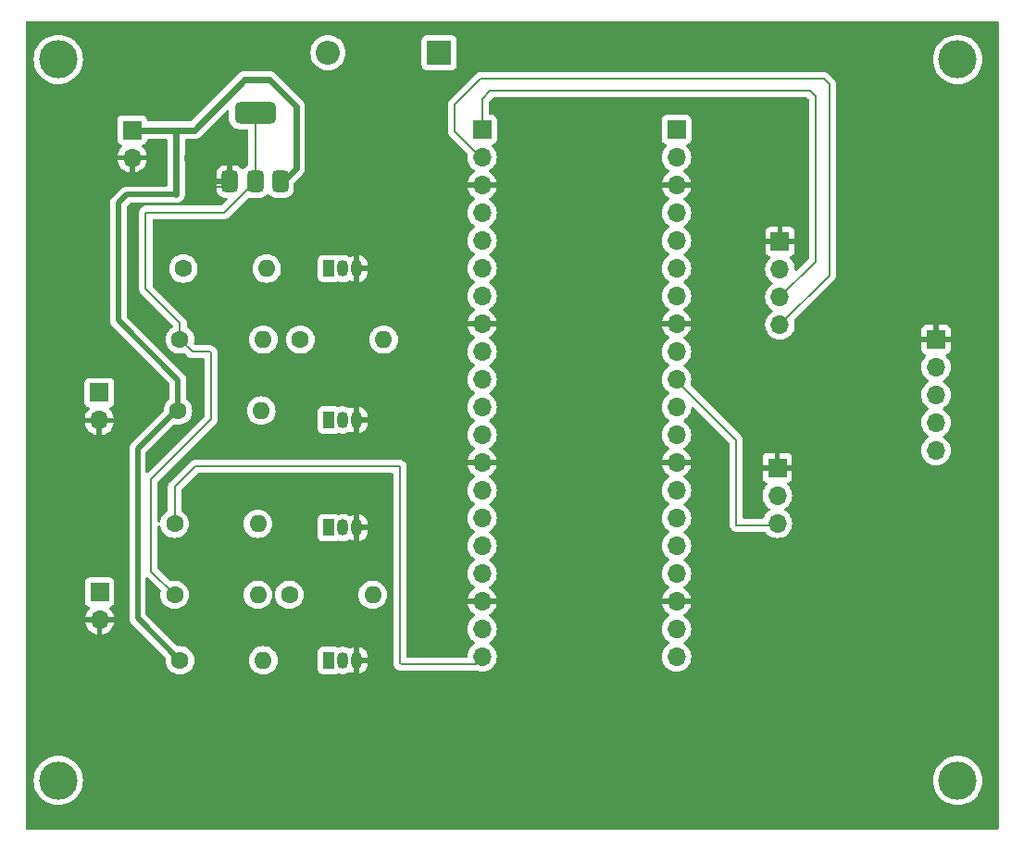
<source format=gtl>
G04 #@! TF.GenerationSoftware,KiCad,Pcbnew,8.0.7-8.0.7-0~ubuntu22.04.1*
G04 #@! TF.CreationDate,2025-01-05T09:50:44-03:00*
G04 #@! TF.ProjectId,fenix-controlador-de-ressolda,66656e69-782d-4636-9f6e-74726f6c6164,rev?*
G04 #@! TF.SameCoordinates,Original*
G04 #@! TF.FileFunction,Copper,L1,Top*
G04 #@! TF.FilePolarity,Positive*
%FSLAX46Y46*%
G04 Gerber Fmt 4.6, Leading zero omitted, Abs format (unit mm)*
G04 Created by KiCad (PCBNEW 8.0.7-8.0.7-0~ubuntu22.04.1) date 2025-01-05 09:50:44*
%MOMM*%
%LPD*%
G01*
G04 APERTURE LIST*
G04 Aperture macros list*
%AMRoundRect*
0 Rectangle with rounded corners*
0 $1 Rounding radius*
0 $2 $3 $4 $5 $6 $7 $8 $9 X,Y pos of 4 corners*
0 Add a 4 corners polygon primitive as box body*
4,1,4,$2,$3,$4,$5,$6,$7,$8,$9,$2,$3,0*
0 Add four circle primitives for the rounded corners*
1,1,$1+$1,$2,$3*
1,1,$1+$1,$4,$5*
1,1,$1+$1,$6,$7*
1,1,$1+$1,$8,$9*
0 Add four rect primitives between the rounded corners*
20,1,$1+$1,$2,$3,$4,$5,0*
20,1,$1+$1,$4,$5,$6,$7,0*
20,1,$1+$1,$6,$7,$8,$9,0*
20,1,$1+$1,$8,$9,$2,$3,0*%
G04 Aperture macros list end*
G04 #@! TA.AperFunction,ComponentPad*
%ADD10C,3.500000*%
G04 #@! TD*
G04 #@! TA.AperFunction,ComponentPad*
%ADD11R,1.700000X1.700000*%
G04 #@! TD*
G04 #@! TA.AperFunction,ComponentPad*
%ADD12O,1.700000X1.700000*%
G04 #@! TD*
G04 #@! TA.AperFunction,ComponentPad*
%ADD13C,1.600000*%
G04 #@! TD*
G04 #@! TA.AperFunction,ComponentPad*
%ADD14O,1.600000X1.600000*%
G04 #@! TD*
G04 #@! TA.AperFunction,ComponentPad*
%ADD15R,1.050000X1.500000*%
G04 #@! TD*
G04 #@! TA.AperFunction,ComponentPad*
%ADD16O,1.050000X1.500000*%
G04 #@! TD*
G04 #@! TA.AperFunction,SMDPad,CuDef*
%ADD17RoundRect,0.375000X0.375000X-0.625000X0.375000X0.625000X-0.375000X0.625000X-0.375000X-0.625000X0*%
G04 #@! TD*
G04 #@! TA.AperFunction,SMDPad,CuDef*
%ADD18RoundRect,0.500000X1.400000X-0.500000X1.400000X0.500000X-1.400000X0.500000X-1.400000X-0.500000X0*%
G04 #@! TD*
G04 #@! TA.AperFunction,ComponentPad*
%ADD19R,2.200000X2.200000*%
G04 #@! TD*
G04 #@! TA.AperFunction,ComponentPad*
%ADD20O,2.200000X2.200000*%
G04 #@! TD*
G04 #@! TA.AperFunction,ViaPad*
%ADD21C,0.600000*%
G04 #@! TD*
G04 #@! TA.AperFunction,Conductor*
%ADD22C,0.200000*%
G04 #@! TD*
G04 #@! TA.AperFunction,Conductor*
%ADD23C,0.600000*%
G04 #@! TD*
G04 #@! TA.AperFunction,Conductor*
%ADD24C,0.500000*%
G04 #@! TD*
G04 APERTURE END LIST*
D10*
X103470000Y-64840000D03*
X103470000Y-130840000D03*
X185720000Y-130840000D03*
X185720000Y-64840000D03*
D11*
X107245000Y-113590000D03*
D12*
X107245000Y-116130000D03*
D11*
X169470000Y-81510000D03*
D12*
X169470000Y-84050000D03*
X169470000Y-86590000D03*
X169470000Y-89130000D03*
X160000000Y-119517500D03*
X160000000Y-116977500D03*
X160000000Y-114437500D03*
X160000000Y-111897500D03*
X160000000Y-109357500D03*
X160000000Y-106817500D03*
X160000000Y-104277500D03*
X160000000Y-101737500D03*
X160000000Y-99197500D03*
X160000000Y-96657500D03*
X160000000Y-94117500D03*
X160000000Y-91577500D03*
X160000000Y-89037500D03*
X160000000Y-86497500D03*
X160000000Y-83957500D03*
X160000000Y-81417500D03*
X160000000Y-78877500D03*
X160000000Y-76337500D03*
X160000000Y-73797500D03*
D11*
X160000000Y-71257500D03*
D13*
X114100000Y-113840000D03*
D14*
X121720000Y-113840000D03*
D11*
X169220000Y-102220000D03*
D12*
X169220000Y-104760000D03*
X169220000Y-107300000D03*
D13*
X114600000Y-90480000D03*
D14*
X122220000Y-90480000D03*
D15*
X128220000Y-119840000D03*
D16*
X129490000Y-119840000D03*
X130760000Y-119840000D03*
D11*
X142220000Y-71257500D03*
D12*
X142220000Y-73797500D03*
X142220000Y-76337500D03*
X142220000Y-78877500D03*
X142220000Y-81417500D03*
X142220000Y-83957500D03*
X142220000Y-86497500D03*
X142220000Y-89037500D03*
X142220000Y-91577500D03*
X142220000Y-94117500D03*
X142220000Y-96657500D03*
X142220000Y-99197500D03*
X142220000Y-101737500D03*
X142220000Y-104277500D03*
X142220000Y-106817500D03*
X142220000Y-109357500D03*
X142220000Y-111897500D03*
X142220000Y-114437500D03*
X142220000Y-116977500D03*
X142220000Y-119517500D03*
D13*
X114410000Y-96980000D03*
D14*
X122030000Y-96980000D03*
D13*
X124600000Y-113840000D03*
D14*
X132220000Y-113840000D03*
D15*
X128220000Y-107700000D03*
D16*
X129490000Y-107700000D03*
X130760000Y-107700000D03*
D17*
X123770000Y-76020000D03*
D18*
X121470000Y-69720000D03*
D17*
X121470000Y-76020000D03*
X119170000Y-76020000D03*
D11*
X107220000Y-95340000D03*
D12*
X107220000Y-97880000D03*
D13*
X114600000Y-119840000D03*
D14*
X122220000Y-119840000D03*
D15*
X128220000Y-83980000D03*
D16*
X129490000Y-83980000D03*
X130760000Y-83980000D03*
D13*
X125600000Y-90480000D03*
D14*
X133220000Y-90480000D03*
D15*
X128220000Y-97840000D03*
D16*
X129490000Y-97840000D03*
X130760000Y-97840000D03*
D13*
X114910000Y-83980000D03*
D14*
X122530000Y-83980000D03*
D11*
X110220000Y-71300000D03*
D12*
X110220000Y-73840000D03*
D13*
X114100000Y-107340000D03*
D14*
X121720000Y-107340000D03*
D19*
X138300000Y-64220000D03*
D20*
X128140000Y-64220000D03*
D11*
X183720000Y-90470000D03*
D12*
X183720000Y-93010000D03*
X183720000Y-95550000D03*
X183720000Y-98090000D03*
X183720000Y-100630000D03*
D21*
X115220000Y-73840000D03*
D22*
X121470000Y-76020000D02*
X121470000Y-69720000D01*
D23*
X123520000Y-76490000D02*
X125220000Y-74790000D01*
X125220000Y-74790000D02*
X125220000Y-69170000D01*
X125220000Y-69170000D02*
X122770000Y-66720000D01*
X115930000Y-71300000D02*
X113470000Y-71300000D01*
X122770000Y-66720000D02*
X120510000Y-66720000D01*
X120510000Y-66720000D02*
X115930000Y-71300000D01*
D22*
X165470000Y-107470000D02*
X169415000Y-107470000D01*
X165470000Y-99720000D02*
X165470000Y-107470000D01*
X160000000Y-94250000D02*
X165470000Y-99720000D01*
D23*
X114260000Y-77180000D02*
X114260000Y-71300000D01*
D22*
X114260000Y-71300000D02*
X113470000Y-71300000D01*
D24*
X109720000Y-77220000D02*
X114220000Y-77220000D01*
X110720000Y-115960000D02*
X114600000Y-119840000D01*
X108970000Y-88720000D02*
X108970000Y-77970000D01*
X114410000Y-94160000D02*
X108970000Y-88720000D01*
X110720000Y-100470000D02*
X110720000Y-115960000D01*
D22*
X114410000Y-96980000D02*
X114210000Y-96980000D01*
D23*
X113470000Y-71300000D02*
X110220000Y-71300000D01*
D22*
X114220000Y-77220000D02*
X114260000Y-77180000D01*
D24*
X114210000Y-96980000D02*
X110720000Y-100470000D01*
X114410000Y-96980000D02*
X114410000Y-94160000D01*
X108970000Y-77970000D02*
X109720000Y-77220000D01*
D22*
X118920000Y-76490000D02*
X117870000Y-76490000D01*
X117870000Y-76490000D02*
X115220000Y-73840000D01*
X118820000Y-76590000D02*
X118920000Y-76490000D01*
X142100000Y-66590000D02*
X173470000Y-66590000D01*
X139720000Y-71430000D02*
X139720000Y-68970000D01*
X173970000Y-67090000D02*
X173970000Y-84630000D01*
X139720000Y-68970000D02*
X142100000Y-66590000D01*
X142220000Y-74260000D02*
X142220000Y-73930000D01*
X173470000Y-66590000D02*
X173970000Y-67090000D01*
X142220000Y-73930000D02*
X139720000Y-71430000D01*
X173970000Y-84630000D02*
X169470000Y-89130000D01*
X134720000Y-102090000D02*
X134720000Y-120090000D01*
X115970000Y-102090000D02*
X134720000Y-102090000D01*
X114100000Y-103960000D02*
X115970000Y-102090000D01*
X134720000Y-120090000D02*
X134850000Y-120220000D01*
X134850000Y-120220000D02*
X141650000Y-120220000D01*
X114100000Y-107340000D02*
X114100000Y-103960000D01*
X141650000Y-120220000D02*
X142220000Y-119650000D01*
X169470000Y-86590000D02*
X172720000Y-83340000D01*
X142220000Y-68470000D02*
X142220000Y-71390000D01*
X172720000Y-83340000D02*
X172720000Y-68220000D01*
X142220000Y-71390000D02*
X142220000Y-71720000D01*
X172720000Y-68220000D02*
X172220000Y-67720000D01*
X172220000Y-67720000D02*
X142970000Y-67720000D01*
X142970000Y-67720000D02*
X142220000Y-68470000D01*
X117470000Y-97720000D02*
X117470000Y-91720000D01*
X114600000Y-90480000D02*
X114600000Y-88970000D01*
X111470000Y-85840000D02*
X111470000Y-78840000D01*
X117350000Y-91600000D02*
X115720000Y-91600000D01*
X115720000Y-91600000D02*
X114600000Y-90480000D01*
X121470000Y-76020000D02*
X118650000Y-78840000D01*
X111970000Y-111710000D02*
X111970000Y-103220000D01*
X118470000Y-78840000D02*
X111470000Y-78840000D01*
X114600000Y-88970000D02*
X111470000Y-85840000D01*
X117470000Y-91720000D02*
X117350000Y-91600000D01*
X118650000Y-78840000D02*
X118470000Y-78840000D01*
X111970000Y-103220000D02*
X117470000Y-97720000D01*
X114100000Y-113840000D02*
X111970000Y-111710000D01*
G04 #@! TA.AperFunction,Conductor*
G36*
X118988833Y-69475756D02*
G01*
X119044767Y-69517628D01*
X119069184Y-69583092D01*
X119069500Y-69591938D01*
X119069500Y-70278028D01*
X119069501Y-70278034D01*
X119080113Y-70397415D01*
X119136089Y-70593045D01*
X119136090Y-70593048D01*
X119136091Y-70593049D01*
X119230302Y-70773407D01*
X119230304Y-70773409D01*
X119358890Y-70931109D01*
X119452803Y-71007684D01*
X119516593Y-71059698D01*
X119696951Y-71153909D01*
X119892582Y-71209886D01*
X120011963Y-71220500D01*
X120745500Y-71220499D01*
X120812539Y-71240183D01*
X120858294Y-71292987D01*
X120869500Y-71344499D01*
X120869500Y-74453084D01*
X120849815Y-74520123D01*
X120797011Y-74565878D01*
X120792887Y-74567574D01*
X120620707Y-74652967D01*
X120620704Y-74652969D01*
X120472280Y-74772276D01*
X120472278Y-74772278D01*
X120471993Y-74772633D01*
X120416326Y-74841885D01*
X120358982Y-74881803D01*
X120289160Y-74884383D01*
X120229027Y-74848804D01*
X120223031Y-74841884D01*
X120167364Y-74772630D01*
X120019025Y-74653392D01*
X120019022Y-74653390D01*
X119848523Y-74568831D01*
X119663824Y-74522897D01*
X119621097Y-74520000D01*
X119420000Y-74520000D01*
X119420000Y-75896000D01*
X119400315Y-75963039D01*
X119347511Y-76008794D01*
X119296000Y-76020000D01*
X119170000Y-76020000D01*
X119170000Y-76146000D01*
X119150315Y-76213039D01*
X119097511Y-76258794D01*
X119046000Y-76270000D01*
X117920000Y-76270000D01*
X117920000Y-76721096D01*
X117922897Y-76763824D01*
X117968831Y-76948523D01*
X118053390Y-77119022D01*
X118053392Y-77119025D01*
X118172632Y-77267366D01*
X118172633Y-77267367D01*
X118320974Y-77386607D01*
X118320977Y-77386609D01*
X118491476Y-77471168D01*
X118676175Y-77517102D01*
X118718903Y-77520000D01*
X118821403Y-77520000D01*
X118888442Y-77539685D01*
X118934197Y-77592489D01*
X118944141Y-77661647D01*
X118915116Y-77725203D01*
X118909084Y-77731681D01*
X118437584Y-78203181D01*
X118376261Y-78236666D01*
X118349903Y-78239500D01*
X111390943Y-78239500D01*
X111238216Y-78280423D01*
X111238209Y-78280426D01*
X111101290Y-78359475D01*
X111101282Y-78359481D01*
X110989481Y-78471282D01*
X110989475Y-78471290D01*
X110910426Y-78608209D01*
X110910423Y-78608216D01*
X110869500Y-78760943D01*
X110869500Y-85753330D01*
X110869499Y-85753348D01*
X110869499Y-85919054D01*
X110869498Y-85919054D01*
X110910423Y-86071785D01*
X110939358Y-86121900D01*
X110939359Y-86121904D01*
X110939360Y-86121904D01*
X110989479Y-86208714D01*
X110989481Y-86208717D01*
X111108349Y-86327585D01*
X111108355Y-86327590D01*
X113950364Y-89169599D01*
X113983849Y-89230922D01*
X113978865Y-89300614D01*
X113936993Y-89356547D01*
X113933807Y-89358855D01*
X113760856Y-89479956D01*
X113599954Y-89640858D01*
X113469432Y-89827265D01*
X113469431Y-89827267D01*
X113373261Y-90033502D01*
X113373258Y-90033511D01*
X113314366Y-90253302D01*
X113314364Y-90253313D01*
X113294532Y-90479998D01*
X113294532Y-90480001D01*
X113314364Y-90706686D01*
X113314366Y-90706697D01*
X113373258Y-90926488D01*
X113373261Y-90926497D01*
X113469431Y-91132732D01*
X113469432Y-91132734D01*
X113599954Y-91319141D01*
X113760858Y-91480045D01*
X113760861Y-91480047D01*
X113947266Y-91610568D01*
X114153504Y-91706739D01*
X114373308Y-91765635D01*
X114535230Y-91779801D01*
X114599998Y-91785468D01*
X114600000Y-91785468D01*
X114600002Y-91785468D01*
X114656673Y-91780509D01*
X114826692Y-91765635D01*
X114922932Y-91739847D01*
X114992781Y-91741510D01*
X115042706Y-91771941D01*
X115235139Y-91964374D01*
X115235149Y-91964385D01*
X115239479Y-91968715D01*
X115239480Y-91968716D01*
X115351284Y-92080520D01*
X115425500Y-92123368D01*
X115451880Y-92138599D01*
X115488215Y-92159577D01*
X115640942Y-92200500D01*
X115640943Y-92200500D01*
X116745500Y-92200500D01*
X116812539Y-92220185D01*
X116858294Y-92272989D01*
X116869500Y-92324500D01*
X116869500Y-97419902D01*
X116849815Y-97486941D01*
X116833181Y-97507583D01*
X111682181Y-102658583D01*
X111620858Y-102692068D01*
X111551166Y-102687084D01*
X111495233Y-102645212D01*
X111470816Y-102579748D01*
X111470500Y-102570902D01*
X111470500Y-100832228D01*
X111490185Y-100765189D01*
X111506814Y-100744552D01*
X113976862Y-98274503D01*
X114038183Y-98241020D01*
X114096634Y-98242411D01*
X114132396Y-98251993D01*
X114183308Y-98265635D01*
X114345230Y-98279801D01*
X114409998Y-98285468D01*
X114410000Y-98285468D01*
X114410002Y-98285468D01*
X114471368Y-98280099D01*
X114636692Y-98265635D01*
X114856496Y-98206739D01*
X115062734Y-98110568D01*
X115249139Y-97980047D01*
X115410047Y-97819139D01*
X115540568Y-97632734D01*
X115636739Y-97426496D01*
X115695635Y-97206692D01*
X115712938Y-97008920D01*
X115715468Y-96980001D01*
X115715468Y-96979998D01*
X115707320Y-96886865D01*
X115695635Y-96753308D01*
X115636739Y-96533504D01*
X115540568Y-96327266D01*
X115447141Y-96193837D01*
X115410048Y-96140862D01*
X115410044Y-96140858D01*
X115249139Y-95979953D01*
X115244373Y-95976615D01*
X115213375Y-95954910D01*
X115169751Y-95900332D01*
X115160500Y-95853336D01*
X115160500Y-94086079D01*
X115131659Y-93941092D01*
X115131658Y-93941091D01*
X115131658Y-93941087D01*
X115075084Y-93804505D01*
X115042186Y-93755270D01*
X115042185Y-93755268D01*
X114992956Y-93681589D01*
X114992952Y-93681584D01*
X109756819Y-88445451D01*
X109723334Y-88384128D01*
X109720500Y-88357770D01*
X109720500Y-78332229D01*
X109740185Y-78265190D01*
X109756819Y-78244548D01*
X109994548Y-78006819D01*
X110055871Y-77973334D01*
X110082229Y-77970500D01*
X114118673Y-77970500D01*
X114142864Y-77972882D01*
X114161460Y-77976581D01*
X114181157Y-77980500D01*
X114181158Y-77980500D01*
X114338844Y-77980500D01*
X114338845Y-77980499D01*
X114493497Y-77949737D01*
X114639179Y-77889394D01*
X114770289Y-77801789D01*
X114881789Y-77690289D01*
X114969394Y-77559179D01*
X115029737Y-77413497D01*
X115060500Y-77258842D01*
X115060500Y-75318903D01*
X117920000Y-75318903D01*
X117920000Y-75770000D01*
X118920000Y-75770000D01*
X118920000Y-74520000D01*
X118718903Y-74520000D01*
X118676175Y-74522897D01*
X118491476Y-74568831D01*
X118320977Y-74653390D01*
X118320974Y-74653392D01*
X118172633Y-74772632D01*
X118172632Y-74772633D01*
X118053392Y-74920974D01*
X118053390Y-74920977D01*
X117968831Y-75091476D01*
X117922897Y-75276175D01*
X117920000Y-75318903D01*
X115060500Y-75318903D01*
X115060500Y-72224500D01*
X115080185Y-72157461D01*
X115132989Y-72111706D01*
X115184500Y-72100500D01*
X116008844Y-72100500D01*
X116008845Y-72100499D01*
X116163497Y-72069737D01*
X116309179Y-72009394D01*
X116440289Y-71921789D01*
X118857821Y-69504255D01*
X118919142Y-69470772D01*
X118988833Y-69475756D01*
G37*
G04 #@! TD.AperFunction*
G04 #@! TA.AperFunction,Conductor*
G36*
X189412539Y-61360185D02*
G01*
X189458294Y-61412989D01*
X189469500Y-61464500D01*
X189469500Y-135215500D01*
X189449815Y-135282539D01*
X189397011Y-135328294D01*
X189345500Y-135339500D01*
X100594500Y-135339500D01*
X100527461Y-135319815D01*
X100481706Y-135267011D01*
X100470500Y-135215500D01*
X100470500Y-130839992D01*
X101214671Y-130839992D01*
X101214671Y-130840007D01*
X101233964Y-131134363D01*
X101233965Y-131134373D01*
X101233966Y-131134380D01*
X101233968Y-131134390D01*
X101291518Y-131423716D01*
X101291521Y-131423730D01*
X101386349Y-131703080D01*
X101516825Y-131967660D01*
X101516829Y-131967667D01*
X101680725Y-132212955D01*
X101875241Y-132434758D01*
X102097043Y-132629273D01*
X102342335Y-132793172D01*
X102606923Y-132923652D01*
X102886278Y-133018481D01*
X103175620Y-133076034D01*
X103203888Y-133077886D01*
X103469993Y-133095329D01*
X103470000Y-133095329D01*
X103470007Y-133095329D01*
X103705675Y-133079881D01*
X103764380Y-133076034D01*
X104053722Y-133018481D01*
X104333077Y-132923652D01*
X104597665Y-132793172D01*
X104842957Y-132629273D01*
X105064758Y-132434758D01*
X105259273Y-132212957D01*
X105423172Y-131967665D01*
X105553652Y-131703077D01*
X105648481Y-131423722D01*
X105706034Y-131134380D01*
X105725329Y-130840000D01*
X105725329Y-130839992D01*
X183464671Y-130839992D01*
X183464671Y-130840007D01*
X183483964Y-131134363D01*
X183483965Y-131134373D01*
X183483966Y-131134380D01*
X183483968Y-131134390D01*
X183541518Y-131423716D01*
X183541521Y-131423730D01*
X183636349Y-131703080D01*
X183766825Y-131967660D01*
X183766829Y-131967667D01*
X183930725Y-132212955D01*
X184125241Y-132434758D01*
X184347043Y-132629273D01*
X184592335Y-132793172D01*
X184856923Y-132923652D01*
X185136278Y-133018481D01*
X185425620Y-133076034D01*
X185453888Y-133077886D01*
X185719993Y-133095329D01*
X185720000Y-133095329D01*
X185720007Y-133095329D01*
X185955675Y-133079881D01*
X186014380Y-133076034D01*
X186303722Y-133018481D01*
X186583077Y-132923652D01*
X186847665Y-132793172D01*
X187092957Y-132629273D01*
X187314758Y-132434758D01*
X187509273Y-132212957D01*
X187673172Y-131967665D01*
X187803652Y-131703077D01*
X187898481Y-131423722D01*
X187956034Y-131134380D01*
X187975329Y-130840000D01*
X187975329Y-130839992D01*
X187956035Y-130545636D01*
X187956034Y-130545620D01*
X187898481Y-130256278D01*
X187803652Y-129976923D01*
X187673172Y-129712336D01*
X187509273Y-129467043D01*
X187466655Y-129418447D01*
X187314758Y-129245241D01*
X187092955Y-129050725D01*
X186847667Y-128886829D01*
X186847660Y-128886825D01*
X186583080Y-128756349D01*
X186303730Y-128661521D01*
X186303724Y-128661519D01*
X186303722Y-128661519D01*
X186014380Y-128603966D01*
X186014373Y-128603965D01*
X186014363Y-128603964D01*
X185720007Y-128584671D01*
X185719993Y-128584671D01*
X185425636Y-128603964D01*
X185425624Y-128603965D01*
X185425620Y-128603966D01*
X185425612Y-128603967D01*
X185425609Y-128603968D01*
X185136283Y-128661518D01*
X185136269Y-128661521D01*
X184856919Y-128756349D01*
X184592334Y-128886828D01*
X184347041Y-129050728D01*
X184125241Y-129245241D01*
X183930728Y-129467041D01*
X183766828Y-129712334D01*
X183636349Y-129976919D01*
X183541521Y-130256269D01*
X183541518Y-130256283D01*
X183483968Y-130545609D01*
X183483964Y-130545636D01*
X183464671Y-130839992D01*
X105725329Y-130839992D01*
X105706035Y-130545636D01*
X105706034Y-130545620D01*
X105648481Y-130256278D01*
X105553652Y-129976923D01*
X105423172Y-129712336D01*
X105259273Y-129467043D01*
X105216655Y-129418447D01*
X105064758Y-129245241D01*
X104842955Y-129050725D01*
X104597667Y-128886829D01*
X104597660Y-128886825D01*
X104333080Y-128756349D01*
X104053730Y-128661521D01*
X104053724Y-128661519D01*
X104053722Y-128661519D01*
X103764380Y-128603966D01*
X103764373Y-128603965D01*
X103764363Y-128603964D01*
X103470007Y-128584671D01*
X103469993Y-128584671D01*
X103175636Y-128603964D01*
X103175624Y-128603965D01*
X103175620Y-128603966D01*
X103175612Y-128603967D01*
X103175609Y-128603968D01*
X102886283Y-128661518D01*
X102886269Y-128661521D01*
X102606919Y-128756349D01*
X102342334Y-128886828D01*
X102097041Y-129050728D01*
X101875241Y-129245241D01*
X101680728Y-129467041D01*
X101516828Y-129712334D01*
X101386349Y-129976919D01*
X101291521Y-130256269D01*
X101291518Y-130256283D01*
X101233968Y-130545609D01*
X101233964Y-130545636D01*
X101214671Y-130839992D01*
X100470500Y-130839992D01*
X100470500Y-112692135D01*
X105894500Y-112692135D01*
X105894500Y-114487870D01*
X105894501Y-114487876D01*
X105900908Y-114547483D01*
X105951202Y-114682328D01*
X105951206Y-114682335D01*
X106037452Y-114797544D01*
X106037455Y-114797547D01*
X106152664Y-114883793D01*
X106152671Y-114883797D01*
X106152674Y-114883798D01*
X106284598Y-114933002D01*
X106340531Y-114974873D01*
X106364949Y-115040337D01*
X106350098Y-115108610D01*
X106328947Y-115136865D01*
X106206886Y-115258926D01*
X106071400Y-115452420D01*
X106071399Y-115452422D01*
X105971570Y-115666507D01*
X105971567Y-115666513D01*
X105914364Y-115879999D01*
X105914364Y-115880000D01*
X106811988Y-115880000D01*
X106779075Y-115937007D01*
X106745000Y-116064174D01*
X106745000Y-116195826D01*
X106779075Y-116322993D01*
X106811988Y-116380000D01*
X105914364Y-116380000D01*
X105971567Y-116593486D01*
X105971570Y-116593492D01*
X106071399Y-116807578D01*
X106206894Y-117001082D01*
X106373917Y-117168105D01*
X106567421Y-117303600D01*
X106781507Y-117403429D01*
X106781516Y-117403433D01*
X106995000Y-117460634D01*
X106995000Y-116563012D01*
X107052007Y-116595925D01*
X107179174Y-116630000D01*
X107310826Y-116630000D01*
X107437993Y-116595925D01*
X107495000Y-116563012D01*
X107495000Y-117460633D01*
X107708483Y-117403433D01*
X107708492Y-117403429D01*
X107922578Y-117303600D01*
X108116082Y-117168105D01*
X108283105Y-117001082D01*
X108418600Y-116807578D01*
X108518429Y-116593492D01*
X108518432Y-116593486D01*
X108575636Y-116380000D01*
X107678012Y-116380000D01*
X107710925Y-116322993D01*
X107745000Y-116195826D01*
X107745000Y-116064174D01*
X107710925Y-115937007D01*
X107678012Y-115880000D01*
X108575636Y-115880000D01*
X108575635Y-115879999D01*
X108518432Y-115666513D01*
X108518429Y-115666507D01*
X108418600Y-115452422D01*
X108418599Y-115452420D01*
X108283113Y-115258926D01*
X108283108Y-115258920D01*
X108161053Y-115136865D01*
X108127568Y-115075542D01*
X108132552Y-115005850D01*
X108174424Y-114949917D01*
X108205400Y-114933002D01*
X108337331Y-114883796D01*
X108452546Y-114797546D01*
X108538796Y-114682331D01*
X108589091Y-114547483D01*
X108595500Y-114487873D01*
X108595499Y-112692128D01*
X108589091Y-112632517D01*
X108559942Y-112554365D01*
X108538797Y-112497671D01*
X108538793Y-112497664D01*
X108452547Y-112382455D01*
X108452544Y-112382452D01*
X108337335Y-112296206D01*
X108337328Y-112296202D01*
X108202482Y-112245908D01*
X108202483Y-112245908D01*
X108142883Y-112239501D01*
X108142881Y-112239500D01*
X108142873Y-112239500D01*
X108142864Y-112239500D01*
X106347129Y-112239500D01*
X106347123Y-112239501D01*
X106287516Y-112245908D01*
X106152671Y-112296202D01*
X106152664Y-112296206D01*
X106037455Y-112382452D01*
X106037452Y-112382455D01*
X105951206Y-112497664D01*
X105951202Y-112497671D01*
X105900908Y-112632517D01*
X105894501Y-112692116D01*
X105894501Y-112692123D01*
X105894500Y-112692135D01*
X100470500Y-112692135D01*
X100470500Y-94442135D01*
X105869500Y-94442135D01*
X105869500Y-96237870D01*
X105869501Y-96237876D01*
X105875908Y-96297483D01*
X105926202Y-96432328D01*
X105926206Y-96432335D01*
X106012452Y-96547544D01*
X106012455Y-96547547D01*
X106127664Y-96633793D01*
X106127671Y-96633797D01*
X106160942Y-96646206D01*
X106259598Y-96683002D01*
X106315531Y-96724873D01*
X106339949Y-96790337D01*
X106325098Y-96858610D01*
X106303947Y-96886865D01*
X106181886Y-97008926D01*
X106046400Y-97202420D01*
X106046399Y-97202422D01*
X105946570Y-97416507D01*
X105946567Y-97416513D01*
X105889364Y-97629999D01*
X105889364Y-97630000D01*
X106786988Y-97630000D01*
X106754075Y-97687007D01*
X106720000Y-97814174D01*
X106720000Y-97945826D01*
X106754075Y-98072993D01*
X106786988Y-98130000D01*
X105889364Y-98130000D01*
X105946567Y-98343486D01*
X105946570Y-98343492D01*
X106046399Y-98557578D01*
X106181894Y-98751082D01*
X106348917Y-98918105D01*
X106542421Y-99053600D01*
X106756507Y-99153429D01*
X106756516Y-99153433D01*
X106970000Y-99210634D01*
X106970000Y-98313012D01*
X107027007Y-98345925D01*
X107154174Y-98380000D01*
X107285826Y-98380000D01*
X107412993Y-98345925D01*
X107470000Y-98313012D01*
X107470000Y-99210633D01*
X107683483Y-99153433D01*
X107683492Y-99153429D01*
X107897578Y-99053600D01*
X108091082Y-98918105D01*
X108258105Y-98751082D01*
X108393600Y-98557578D01*
X108493429Y-98343492D01*
X108493432Y-98343486D01*
X108550636Y-98130000D01*
X107653012Y-98130000D01*
X107685925Y-98072993D01*
X107720000Y-97945826D01*
X107720000Y-97814174D01*
X107685925Y-97687007D01*
X107653012Y-97630000D01*
X108550636Y-97630000D01*
X108550635Y-97629999D01*
X108493432Y-97416513D01*
X108493429Y-97416507D01*
X108393600Y-97202422D01*
X108393599Y-97202420D01*
X108258113Y-97008926D01*
X108258108Y-97008920D01*
X108136053Y-96886865D01*
X108102568Y-96825542D01*
X108107552Y-96755850D01*
X108149424Y-96699917D01*
X108180400Y-96683002D01*
X108312331Y-96633796D01*
X108427546Y-96547546D01*
X108513796Y-96432331D01*
X108564091Y-96297483D01*
X108570500Y-96237873D01*
X108570499Y-94442128D01*
X108564091Y-94382517D01*
X108561647Y-94375965D01*
X108513797Y-94247671D01*
X108513793Y-94247664D01*
X108427547Y-94132455D01*
X108427544Y-94132452D01*
X108312335Y-94046206D01*
X108312328Y-94046202D01*
X108177482Y-93995908D01*
X108177483Y-93995908D01*
X108117883Y-93989501D01*
X108117881Y-93989500D01*
X108117873Y-93989500D01*
X108117864Y-93989500D01*
X106322129Y-93989500D01*
X106322123Y-93989501D01*
X106262516Y-93995908D01*
X106127671Y-94046202D01*
X106127664Y-94046206D01*
X106012455Y-94132452D01*
X106012452Y-94132455D01*
X105926206Y-94247664D01*
X105926202Y-94247671D01*
X105875908Y-94382517D01*
X105869501Y-94442116D01*
X105869501Y-94442123D01*
X105869500Y-94442135D01*
X100470500Y-94442135D01*
X100470500Y-88793920D01*
X108219499Y-88793920D01*
X108248340Y-88938907D01*
X108248343Y-88938917D01*
X108304914Y-89075492D01*
X108337812Y-89124727D01*
X108337813Y-89124730D01*
X108387046Y-89198414D01*
X108387052Y-89198421D01*
X113623181Y-94434549D01*
X113656666Y-94495872D01*
X113659500Y-94522230D01*
X113659500Y-95853336D01*
X113639815Y-95920375D01*
X113606625Y-95954910D01*
X113570863Y-95979951D01*
X113409951Y-96140862D01*
X113279432Y-96327265D01*
X113279431Y-96327267D01*
X113183261Y-96533502D01*
X113183258Y-96533511D01*
X113124366Y-96753302D01*
X113124364Y-96753312D01*
X113104237Y-96983367D01*
X113078784Y-97048435D01*
X113068390Y-97060240D01*
X110137050Y-99991580D01*
X110137044Y-99991588D01*
X110087812Y-100065268D01*
X110087813Y-100065269D01*
X110054921Y-100114496D01*
X110054914Y-100114508D01*
X109998342Y-100251086D01*
X109998340Y-100251092D01*
X109969500Y-100396079D01*
X109969500Y-100396082D01*
X109969500Y-116033918D01*
X109969500Y-116033920D01*
X109969499Y-116033920D01*
X109998340Y-116178907D01*
X109998343Y-116178917D01*
X110054914Y-116315492D01*
X110087812Y-116364727D01*
X110087813Y-116364730D01*
X110137046Y-116438414D01*
X110137052Y-116438421D01*
X113273282Y-119574650D01*
X113306767Y-119635973D01*
X113309129Y-119673137D01*
X113294532Y-119839996D01*
X113294532Y-119840001D01*
X113314364Y-120066686D01*
X113314366Y-120066697D01*
X113373258Y-120286488D01*
X113373261Y-120286497D01*
X113469431Y-120492732D01*
X113469432Y-120492734D01*
X113599954Y-120679141D01*
X113760858Y-120840045D01*
X113760861Y-120840047D01*
X113947266Y-120970568D01*
X114153504Y-121066739D01*
X114373308Y-121125635D01*
X114535230Y-121139801D01*
X114599998Y-121145468D01*
X114600000Y-121145468D01*
X114600002Y-121145468D01*
X114656673Y-121140509D01*
X114826692Y-121125635D01*
X115046496Y-121066739D01*
X115252734Y-120970568D01*
X115439139Y-120840047D01*
X115600047Y-120679139D01*
X115730568Y-120492734D01*
X115826739Y-120286496D01*
X115885635Y-120066692D01*
X115905468Y-119840000D01*
X115905468Y-119839998D01*
X120914532Y-119839998D01*
X120914532Y-119840001D01*
X120934364Y-120066686D01*
X120934366Y-120066697D01*
X120993258Y-120286488D01*
X120993261Y-120286497D01*
X121089431Y-120492732D01*
X121089432Y-120492734D01*
X121219954Y-120679141D01*
X121380858Y-120840045D01*
X121380861Y-120840047D01*
X121567266Y-120970568D01*
X121773504Y-121066739D01*
X121993308Y-121125635D01*
X122155230Y-121139801D01*
X122219998Y-121145468D01*
X122220000Y-121145468D01*
X122220002Y-121145468D01*
X122276673Y-121140509D01*
X122446692Y-121125635D01*
X122666496Y-121066739D01*
X122872734Y-120970568D01*
X123059139Y-120840047D01*
X123220047Y-120679139D01*
X123350568Y-120492734D01*
X123446739Y-120286496D01*
X123505635Y-120066692D01*
X123525468Y-119840000D01*
X123505635Y-119613308D01*
X123446739Y-119393504D01*
X123350568Y-119187266D01*
X123248947Y-119042135D01*
X127194500Y-119042135D01*
X127194500Y-120637870D01*
X127194501Y-120637876D01*
X127200908Y-120697483D01*
X127251202Y-120832328D01*
X127251206Y-120832335D01*
X127337452Y-120947544D01*
X127337455Y-120947547D01*
X127452664Y-121033793D01*
X127452671Y-121033797D01*
X127587517Y-121084091D01*
X127587516Y-121084091D01*
X127594444Y-121084835D01*
X127647127Y-121090500D01*
X128792872Y-121090499D01*
X128852483Y-121084091D01*
X128987331Y-121033796D01*
X128988430Y-121032972D01*
X128989717Y-121032492D01*
X128995112Y-121029547D01*
X128995535Y-121030322D01*
X129053887Y-121008552D01*
X129110198Y-121017673D01*
X129190873Y-121051091D01*
X129356777Y-121084091D01*
X129388992Y-121090499D01*
X129388996Y-121090500D01*
X129388997Y-121090500D01*
X129591004Y-121090500D01*
X129591005Y-121090499D01*
X129789127Y-121051091D01*
X129975756Y-120973786D01*
X130056562Y-120919792D01*
X130123234Y-120898917D01*
X130190614Y-120917401D01*
X130194340Y-120919795D01*
X130274479Y-120973343D01*
X130274486Y-120973347D01*
X130461016Y-121050609D01*
X130461025Y-121050612D01*
X130510000Y-121060353D01*
X130510000Y-120205865D01*
X130512383Y-120181671D01*
X130514893Y-120169057D01*
X130515500Y-120166003D01*
X130515500Y-120125830D01*
X130529745Y-120140075D01*
X130615255Y-120189444D01*
X130710630Y-120215000D01*
X130809370Y-120215000D01*
X130904745Y-120189444D01*
X130990255Y-120140075D01*
X131010000Y-120120330D01*
X131010000Y-121060352D01*
X131058974Y-121050612D01*
X131058983Y-121050609D01*
X131245513Y-120973347D01*
X131245526Y-120973340D01*
X131413399Y-120861170D01*
X131413403Y-120861167D01*
X131556167Y-120718403D01*
X131556170Y-120718399D01*
X131668340Y-120550526D01*
X131668347Y-120550513D01*
X131745609Y-120363983D01*
X131745612Y-120363974D01*
X131784999Y-120165958D01*
X131785000Y-120165955D01*
X131785000Y-120090000D01*
X131040330Y-120090000D01*
X131060075Y-120070255D01*
X131109444Y-119984745D01*
X131135000Y-119889370D01*
X131135000Y-119790630D01*
X131109444Y-119695255D01*
X131060075Y-119609745D01*
X131040330Y-119590000D01*
X131785000Y-119590000D01*
X131785000Y-119514045D01*
X131784999Y-119514041D01*
X131745612Y-119316025D01*
X131745609Y-119316016D01*
X131668347Y-119129486D01*
X131668340Y-119129473D01*
X131556170Y-118961600D01*
X131556167Y-118961596D01*
X131413403Y-118818832D01*
X131413399Y-118818829D01*
X131245526Y-118706659D01*
X131245513Y-118706652D01*
X131058984Y-118629390D01*
X131058977Y-118629388D01*
X131010000Y-118619645D01*
X131010000Y-119559670D01*
X130990255Y-119539925D01*
X130904745Y-119490556D01*
X130809370Y-119465000D01*
X130710630Y-119465000D01*
X130615255Y-119490556D01*
X130529745Y-119539925D01*
X130515500Y-119554170D01*
X130515500Y-119513997D01*
X130512383Y-119498326D01*
X130510000Y-119474134D01*
X130510000Y-118619646D01*
X130509999Y-118619645D01*
X130461022Y-118629388D01*
X130461015Y-118629390D01*
X130274481Y-118706654D01*
X130274479Y-118706655D01*
X130194337Y-118760204D01*
X130127660Y-118781081D01*
X130060280Y-118762596D01*
X130056558Y-118760204D01*
X129975754Y-118706212D01*
X129789127Y-118628909D01*
X129789119Y-118628907D01*
X129591007Y-118589500D01*
X129591003Y-118589500D01*
X129388997Y-118589500D01*
X129388992Y-118589500D01*
X129190880Y-118628907D01*
X129190868Y-118628910D01*
X129110198Y-118662325D01*
X129040729Y-118669794D01*
X128995342Y-118650036D01*
X128995114Y-118650454D01*
X128990447Y-118647905D01*
X128988432Y-118647028D01*
X128987331Y-118646204D01*
X128987330Y-118646203D01*
X128987328Y-118646202D01*
X128852482Y-118595908D01*
X128852483Y-118595908D01*
X128792883Y-118589501D01*
X128792881Y-118589500D01*
X128792873Y-118589500D01*
X128792864Y-118589500D01*
X127647129Y-118589500D01*
X127647123Y-118589501D01*
X127587516Y-118595908D01*
X127452671Y-118646202D01*
X127452664Y-118646206D01*
X127337455Y-118732452D01*
X127337452Y-118732455D01*
X127251206Y-118847664D01*
X127251202Y-118847671D01*
X127200908Y-118982517D01*
X127194501Y-119042116D01*
X127194500Y-119042135D01*
X123248947Y-119042135D01*
X123220047Y-119000861D01*
X123220045Y-119000858D01*
X123059141Y-118839954D01*
X122872734Y-118709432D01*
X122872732Y-118709431D01*
X122666497Y-118613261D01*
X122666488Y-118613258D01*
X122446697Y-118554366D01*
X122446693Y-118554365D01*
X122446692Y-118554365D01*
X122446691Y-118554364D01*
X122446686Y-118554364D01*
X122220002Y-118534532D01*
X122219998Y-118534532D01*
X121993313Y-118554364D01*
X121993302Y-118554366D01*
X121773511Y-118613258D01*
X121773502Y-118613261D01*
X121567267Y-118709431D01*
X121567265Y-118709432D01*
X121380858Y-118839954D01*
X121219954Y-119000858D01*
X121089432Y-119187265D01*
X121089431Y-119187267D01*
X120993261Y-119393502D01*
X120993258Y-119393511D01*
X120934366Y-119613302D01*
X120934364Y-119613313D01*
X120914532Y-119839998D01*
X115905468Y-119839998D01*
X115885635Y-119613308D01*
X115826739Y-119393504D01*
X115730568Y-119187266D01*
X115600047Y-119000861D01*
X115600045Y-119000858D01*
X115439141Y-118839954D01*
X115252734Y-118709432D01*
X115252732Y-118709431D01*
X115046497Y-118613261D01*
X115046488Y-118613258D01*
X114826697Y-118554366D01*
X114826693Y-118554365D01*
X114826692Y-118554365D01*
X114826691Y-118554364D01*
X114826686Y-118554364D01*
X114600002Y-118534532D01*
X114599997Y-118534532D01*
X114433137Y-118549129D01*
X114364637Y-118535362D01*
X114334650Y-118513282D01*
X111506819Y-115685451D01*
X111473334Y-115624128D01*
X111470500Y-115597770D01*
X111470500Y-112359097D01*
X111490185Y-112292058D01*
X111542989Y-112246303D01*
X111612147Y-112236359D01*
X111675703Y-112265384D01*
X111682181Y-112271416D01*
X112808058Y-113397293D01*
X112841543Y-113458616D01*
X112840152Y-113517067D01*
X112814366Y-113613302D01*
X112814364Y-113613313D01*
X112794532Y-113839998D01*
X112794532Y-113840001D01*
X112814364Y-114066686D01*
X112814366Y-114066697D01*
X112873258Y-114286488D01*
X112873261Y-114286497D01*
X112969431Y-114492732D01*
X112969432Y-114492734D01*
X113099954Y-114679141D01*
X113260858Y-114840045D01*
X113260861Y-114840047D01*
X113447266Y-114970568D01*
X113653504Y-115066739D01*
X113873308Y-115125635D01*
X114035230Y-115139801D01*
X114099998Y-115145468D01*
X114100000Y-115145468D01*
X114100002Y-115145468D01*
X114156673Y-115140509D01*
X114326692Y-115125635D01*
X114546496Y-115066739D01*
X114752734Y-114970568D01*
X114939139Y-114840047D01*
X115100047Y-114679139D01*
X115230568Y-114492734D01*
X115326739Y-114286496D01*
X115385635Y-114066692D01*
X115405468Y-113840000D01*
X115405468Y-113839998D01*
X120414532Y-113839998D01*
X120414532Y-113840001D01*
X120434364Y-114066686D01*
X120434366Y-114066697D01*
X120493258Y-114286488D01*
X120493261Y-114286497D01*
X120589431Y-114492732D01*
X120589432Y-114492734D01*
X120719954Y-114679141D01*
X120880858Y-114840045D01*
X120880861Y-114840047D01*
X121067266Y-114970568D01*
X121273504Y-115066739D01*
X121493308Y-115125635D01*
X121655230Y-115139801D01*
X121719998Y-115145468D01*
X121720000Y-115145468D01*
X121720002Y-115145468D01*
X121776673Y-115140509D01*
X121946692Y-115125635D01*
X122166496Y-115066739D01*
X122372734Y-114970568D01*
X122559139Y-114840047D01*
X122720047Y-114679139D01*
X122850568Y-114492734D01*
X122946739Y-114286496D01*
X123005635Y-114066692D01*
X123025468Y-113840000D01*
X123025468Y-113839998D01*
X123294532Y-113839998D01*
X123294532Y-113840001D01*
X123314364Y-114066686D01*
X123314366Y-114066697D01*
X123373258Y-114286488D01*
X123373261Y-114286497D01*
X123469431Y-114492732D01*
X123469432Y-114492734D01*
X123599954Y-114679141D01*
X123760858Y-114840045D01*
X123760861Y-114840047D01*
X123947266Y-114970568D01*
X124153504Y-115066739D01*
X124373308Y-115125635D01*
X124535230Y-115139801D01*
X124599998Y-115145468D01*
X124600000Y-115145468D01*
X124600002Y-115145468D01*
X124656673Y-115140509D01*
X124826692Y-115125635D01*
X125046496Y-115066739D01*
X125252734Y-114970568D01*
X125439139Y-114840047D01*
X125600047Y-114679139D01*
X125730568Y-114492734D01*
X125826739Y-114286496D01*
X125885635Y-114066692D01*
X125905468Y-113840000D01*
X125905468Y-113839998D01*
X130914532Y-113839998D01*
X130914532Y-113840001D01*
X130934364Y-114066686D01*
X130934366Y-114066697D01*
X130993258Y-114286488D01*
X130993261Y-114286497D01*
X131089431Y-114492732D01*
X131089432Y-114492734D01*
X131219954Y-114679141D01*
X131380858Y-114840045D01*
X131380861Y-114840047D01*
X131567266Y-114970568D01*
X131773504Y-115066739D01*
X131993308Y-115125635D01*
X132155230Y-115139801D01*
X132219998Y-115145468D01*
X132220000Y-115145468D01*
X132220002Y-115145468D01*
X132276673Y-115140509D01*
X132446692Y-115125635D01*
X132666496Y-115066739D01*
X132872734Y-114970568D01*
X133059139Y-114840047D01*
X133220047Y-114679139D01*
X133350568Y-114492734D01*
X133446739Y-114286496D01*
X133505635Y-114066692D01*
X133525468Y-113840000D01*
X133505635Y-113613308D01*
X133460916Y-113446415D01*
X133446741Y-113393511D01*
X133446738Y-113393502D01*
X133350568Y-113187266D01*
X133220047Y-113000861D01*
X133220045Y-113000858D01*
X133059141Y-112839954D01*
X132872734Y-112709432D01*
X132872732Y-112709431D01*
X132666497Y-112613261D01*
X132666488Y-112613258D01*
X132446697Y-112554366D01*
X132446693Y-112554365D01*
X132446692Y-112554365D01*
X132446691Y-112554364D01*
X132446686Y-112554364D01*
X132220002Y-112534532D01*
X132219998Y-112534532D01*
X131993313Y-112554364D01*
X131993302Y-112554366D01*
X131773511Y-112613258D01*
X131773502Y-112613261D01*
X131567267Y-112709431D01*
X131567265Y-112709432D01*
X131380858Y-112839954D01*
X131219954Y-113000858D01*
X131089432Y-113187265D01*
X131089431Y-113187267D01*
X130993261Y-113393502D01*
X130993258Y-113393511D01*
X130934366Y-113613302D01*
X130934364Y-113613313D01*
X130914532Y-113839998D01*
X125905468Y-113839998D01*
X125885635Y-113613308D01*
X125840916Y-113446415D01*
X125826741Y-113393511D01*
X125826738Y-113393502D01*
X125730568Y-113187266D01*
X125600047Y-113000861D01*
X125600045Y-113000858D01*
X125439141Y-112839954D01*
X125252734Y-112709432D01*
X125252732Y-112709431D01*
X125046497Y-112613261D01*
X125046488Y-112613258D01*
X124826697Y-112554366D01*
X124826693Y-112554365D01*
X124826692Y-112554365D01*
X124826691Y-112554364D01*
X124826686Y-112554364D01*
X124600002Y-112534532D01*
X124599998Y-112534532D01*
X124373313Y-112554364D01*
X124373302Y-112554366D01*
X124153511Y-112613258D01*
X124153502Y-112613261D01*
X123947267Y-112709431D01*
X123947265Y-112709432D01*
X123760858Y-112839954D01*
X123599954Y-113000858D01*
X123469432Y-113187265D01*
X123469431Y-113187267D01*
X123373261Y-113393502D01*
X123373258Y-113393511D01*
X123314366Y-113613302D01*
X123314364Y-113613313D01*
X123294532Y-113839998D01*
X123025468Y-113839998D01*
X123005635Y-113613308D01*
X122960916Y-113446415D01*
X122946741Y-113393511D01*
X122946738Y-113393502D01*
X122850568Y-113187266D01*
X122720047Y-113000861D01*
X122720045Y-113000858D01*
X122559141Y-112839954D01*
X122372734Y-112709432D01*
X122372732Y-112709431D01*
X122166497Y-112613261D01*
X122166488Y-112613258D01*
X121946697Y-112554366D01*
X121946693Y-112554365D01*
X121946692Y-112554365D01*
X121946691Y-112554364D01*
X121946686Y-112554364D01*
X121720002Y-112534532D01*
X121719998Y-112534532D01*
X121493313Y-112554364D01*
X121493302Y-112554366D01*
X121273511Y-112613258D01*
X121273502Y-112613261D01*
X121067267Y-112709431D01*
X121067265Y-112709432D01*
X120880858Y-112839954D01*
X120719954Y-113000858D01*
X120589432Y-113187265D01*
X120589431Y-113187267D01*
X120493261Y-113393502D01*
X120493258Y-113393511D01*
X120434366Y-113613302D01*
X120434364Y-113613313D01*
X120414532Y-113839998D01*
X115405468Y-113839998D01*
X115385635Y-113613308D01*
X115340916Y-113446415D01*
X115326741Y-113393511D01*
X115326738Y-113393502D01*
X115230568Y-113187266D01*
X115100047Y-113000861D01*
X115100045Y-113000858D01*
X114939141Y-112839954D01*
X114752734Y-112709432D01*
X114752732Y-112709431D01*
X114546497Y-112613261D01*
X114546488Y-112613258D01*
X114326697Y-112554366D01*
X114326693Y-112554365D01*
X114326692Y-112554365D01*
X114326691Y-112554364D01*
X114326686Y-112554364D01*
X114100002Y-112534532D01*
X114099998Y-112534532D01*
X113873313Y-112554364D01*
X113873302Y-112554366D01*
X113777067Y-112580152D01*
X113707217Y-112578489D01*
X113657293Y-112548058D01*
X112606819Y-111497584D01*
X112573334Y-111436261D01*
X112570500Y-111409903D01*
X112570500Y-107598448D01*
X112590185Y-107531409D01*
X112642989Y-107485654D01*
X112712147Y-107475710D01*
X112775703Y-107504735D01*
X112813477Y-107563513D01*
X112814275Y-107566355D01*
X112814364Y-107566686D01*
X112814365Y-107566692D01*
X112822874Y-107598448D01*
X112873258Y-107786488D01*
X112873261Y-107786497D01*
X112969431Y-107992732D01*
X112969432Y-107992734D01*
X113099954Y-108179141D01*
X113260858Y-108340045D01*
X113260861Y-108340047D01*
X113447266Y-108470568D01*
X113653504Y-108566739D01*
X113653509Y-108566740D01*
X113653511Y-108566741D01*
X113680248Y-108573905D01*
X113873308Y-108625635D01*
X114035230Y-108639801D01*
X114099998Y-108645468D01*
X114100000Y-108645468D01*
X114100002Y-108645468D01*
X114156673Y-108640509D01*
X114326692Y-108625635D01*
X114546496Y-108566739D01*
X114752734Y-108470568D01*
X114939139Y-108340047D01*
X115100047Y-108179139D01*
X115230568Y-107992734D01*
X115326739Y-107786496D01*
X115385635Y-107566692D01*
X115403865Y-107358326D01*
X115405468Y-107340001D01*
X115405468Y-107339998D01*
X120414532Y-107339998D01*
X120414532Y-107340001D01*
X120434364Y-107566686D01*
X120434366Y-107566697D01*
X120493258Y-107786488D01*
X120493261Y-107786497D01*
X120589431Y-107992732D01*
X120589432Y-107992734D01*
X120719954Y-108179141D01*
X120880858Y-108340045D01*
X120880861Y-108340047D01*
X121067266Y-108470568D01*
X121273504Y-108566739D01*
X121273509Y-108566740D01*
X121273511Y-108566741D01*
X121300248Y-108573905D01*
X121493308Y-108625635D01*
X121655230Y-108639801D01*
X121719998Y-108645468D01*
X121720000Y-108645468D01*
X121720002Y-108645468D01*
X121776673Y-108640509D01*
X121946692Y-108625635D01*
X122166496Y-108566739D01*
X122372734Y-108470568D01*
X122559139Y-108340047D01*
X122720047Y-108179139D01*
X122850568Y-107992734D01*
X122946739Y-107786496D01*
X123005635Y-107566692D01*
X123023865Y-107358326D01*
X123025468Y-107340001D01*
X123025468Y-107339998D01*
X123011121Y-107176016D01*
X123005635Y-107113308D01*
X122949052Y-106902135D01*
X127194500Y-106902135D01*
X127194500Y-108497870D01*
X127194501Y-108497876D01*
X127200908Y-108557483D01*
X127251202Y-108692328D01*
X127251206Y-108692335D01*
X127337452Y-108807544D01*
X127337455Y-108807547D01*
X127452664Y-108893793D01*
X127452671Y-108893797D01*
X127587517Y-108944091D01*
X127587516Y-108944091D01*
X127594444Y-108944835D01*
X127647127Y-108950500D01*
X128792872Y-108950499D01*
X128852483Y-108944091D01*
X128987331Y-108893796D01*
X128988430Y-108892972D01*
X128989717Y-108892492D01*
X128995112Y-108889547D01*
X128995535Y-108890322D01*
X129053887Y-108868552D01*
X129110198Y-108877673D01*
X129190873Y-108911091D01*
X129356777Y-108944091D01*
X129388992Y-108950499D01*
X129388996Y-108950500D01*
X129388997Y-108950500D01*
X129591004Y-108950500D01*
X129591005Y-108950499D01*
X129789127Y-108911091D01*
X129975756Y-108833786D01*
X130056562Y-108779792D01*
X130123234Y-108758917D01*
X130190614Y-108777401D01*
X130194340Y-108779795D01*
X130274479Y-108833343D01*
X130274486Y-108833347D01*
X130461016Y-108910609D01*
X130461025Y-108910612D01*
X130510000Y-108920353D01*
X130510000Y-108065865D01*
X130512383Y-108041671D01*
X130515500Y-108026002D01*
X130515500Y-107985830D01*
X130529745Y-108000075D01*
X130615255Y-108049444D01*
X130710630Y-108075000D01*
X130809370Y-108075000D01*
X130904745Y-108049444D01*
X130990255Y-108000075D01*
X131010000Y-107980330D01*
X131010000Y-108920352D01*
X131058974Y-108910612D01*
X131058983Y-108910609D01*
X131245513Y-108833347D01*
X131245526Y-108833340D01*
X131413399Y-108721170D01*
X131413403Y-108721167D01*
X131556167Y-108578403D01*
X131556170Y-108578399D01*
X131668340Y-108410526D01*
X131668347Y-108410513D01*
X131745609Y-108223983D01*
X131745612Y-108223974D01*
X131784999Y-108025958D01*
X131785000Y-108025955D01*
X131785000Y-107950000D01*
X131040330Y-107950000D01*
X131060075Y-107930255D01*
X131109444Y-107844745D01*
X131135000Y-107749370D01*
X131135000Y-107650630D01*
X131109444Y-107555255D01*
X131060075Y-107469745D01*
X131040330Y-107450000D01*
X131785000Y-107450000D01*
X131785000Y-107374045D01*
X131784999Y-107374041D01*
X131745612Y-107176025D01*
X131745609Y-107176016D01*
X131668347Y-106989486D01*
X131668340Y-106989473D01*
X131556170Y-106821600D01*
X131556167Y-106821596D01*
X131413403Y-106678832D01*
X131413399Y-106678829D01*
X131245526Y-106566659D01*
X131245513Y-106566652D01*
X131058984Y-106489390D01*
X131058977Y-106489388D01*
X131010000Y-106479645D01*
X131010000Y-107419670D01*
X130990255Y-107399925D01*
X130904745Y-107350556D01*
X130809370Y-107325000D01*
X130710630Y-107325000D01*
X130615255Y-107350556D01*
X130529745Y-107399925D01*
X130515500Y-107414170D01*
X130515500Y-107373996D01*
X130515499Y-107373995D01*
X130512383Y-107358326D01*
X130510000Y-107334134D01*
X130510000Y-106479646D01*
X130509999Y-106479645D01*
X130461022Y-106489388D01*
X130461015Y-106489390D01*
X130274481Y-106566654D01*
X130274479Y-106566655D01*
X130194337Y-106620204D01*
X130127660Y-106641081D01*
X130060280Y-106622596D01*
X130056558Y-106620204D01*
X129975754Y-106566212D01*
X129789127Y-106488909D01*
X129789119Y-106488907D01*
X129591007Y-106449500D01*
X129591003Y-106449500D01*
X129388997Y-106449500D01*
X129388992Y-106449500D01*
X129190880Y-106488907D01*
X129190868Y-106488910D01*
X129110198Y-106522325D01*
X129040729Y-106529794D01*
X128995342Y-106510036D01*
X128995114Y-106510454D01*
X128990447Y-106507905D01*
X128988432Y-106507028D01*
X128987331Y-106506204D01*
X128987330Y-106506203D01*
X128987328Y-106506202D01*
X128852482Y-106455908D01*
X128852483Y-106455908D01*
X128792883Y-106449501D01*
X128792881Y-106449500D01*
X128792873Y-106449500D01*
X128792864Y-106449500D01*
X127647129Y-106449500D01*
X127647123Y-106449501D01*
X127587516Y-106455908D01*
X127452671Y-106506202D01*
X127452664Y-106506206D01*
X127337455Y-106592452D01*
X127337452Y-106592455D01*
X127251206Y-106707664D01*
X127251202Y-106707671D01*
X127200908Y-106842517D01*
X127194501Y-106902116D01*
X127194500Y-106902135D01*
X122949052Y-106902135D01*
X122946739Y-106893504D01*
X122850568Y-106687266D01*
X122720047Y-106500861D01*
X122720045Y-106500858D01*
X122559141Y-106339954D01*
X122372734Y-106209432D01*
X122372732Y-106209431D01*
X122166497Y-106113261D01*
X122166488Y-106113258D01*
X121946697Y-106054366D01*
X121946693Y-106054365D01*
X121946692Y-106054365D01*
X121946691Y-106054364D01*
X121946686Y-106054364D01*
X121720002Y-106034532D01*
X121719998Y-106034532D01*
X121493313Y-106054364D01*
X121493302Y-106054366D01*
X121273511Y-106113258D01*
X121273502Y-106113261D01*
X121067267Y-106209431D01*
X121067265Y-106209432D01*
X120880858Y-106339954D01*
X120719954Y-106500858D01*
X120589432Y-106687265D01*
X120589431Y-106687267D01*
X120493261Y-106893502D01*
X120493258Y-106893511D01*
X120434366Y-107113302D01*
X120434364Y-107113313D01*
X120414532Y-107339998D01*
X115405468Y-107339998D01*
X115391121Y-107176016D01*
X115385635Y-107113308D01*
X115326739Y-106893504D01*
X115230568Y-106687266D01*
X115100047Y-106500861D01*
X115100045Y-106500858D01*
X114939140Y-106339953D01*
X114753377Y-106209881D01*
X114709752Y-106155304D01*
X114700500Y-106108306D01*
X114700500Y-104260097D01*
X114720185Y-104193058D01*
X114736819Y-104172416D01*
X116182416Y-102726819D01*
X116243739Y-102693334D01*
X116270097Y-102690500D01*
X133995500Y-102690500D01*
X134062539Y-102710185D01*
X134108294Y-102762989D01*
X134119500Y-102814500D01*
X134119500Y-120003330D01*
X134119499Y-120003348D01*
X134119499Y-120169054D01*
X134119498Y-120169054D01*
X134150965Y-120286488D01*
X134160423Y-120321785D01*
X134184781Y-120363974D01*
X134189358Y-120371900D01*
X134189359Y-120371904D01*
X134189360Y-120371904D01*
X134239479Y-120458714D01*
X134239481Y-120458717D01*
X134418634Y-120637870D01*
X134481284Y-120700520D01*
X134481286Y-120700521D01*
X134481290Y-120700524D01*
X134618209Y-120779573D01*
X134618216Y-120779577D01*
X134770943Y-120820501D01*
X134770945Y-120820501D01*
X134936654Y-120820501D01*
X134936670Y-120820500D01*
X141563331Y-120820500D01*
X141563347Y-120820501D01*
X141570943Y-120820501D01*
X141729055Y-120820501D01*
X141729057Y-120820501D01*
X141764900Y-120810895D01*
X141829085Y-120810895D01*
X141984592Y-120852563D01*
X142172918Y-120869039D01*
X142219999Y-120873159D01*
X142220000Y-120873159D01*
X142220001Y-120873159D01*
X142259234Y-120869726D01*
X142455408Y-120852563D01*
X142683663Y-120791403D01*
X142897830Y-120691535D01*
X143091401Y-120555995D01*
X143258495Y-120388901D01*
X143394035Y-120195330D01*
X143493903Y-119981163D01*
X143555063Y-119752908D01*
X143575659Y-119517500D01*
X143575352Y-119513996D01*
X143564811Y-119393511D01*
X143555063Y-119282092D01*
X143493903Y-119053837D01*
X143394035Y-118839671D01*
X143379444Y-118818832D01*
X143258494Y-118646097D01*
X143091402Y-118479006D01*
X143091396Y-118479001D01*
X142905842Y-118349075D01*
X142862217Y-118294498D01*
X142855023Y-118225000D01*
X142886546Y-118162645D01*
X142905842Y-118145925D01*
X142928026Y-118130391D01*
X143091401Y-118015995D01*
X143258495Y-117848901D01*
X143394035Y-117655330D01*
X143493903Y-117441163D01*
X143555063Y-117212908D01*
X143575659Y-116977500D01*
X143555063Y-116742092D01*
X143493903Y-116513837D01*
X143394035Y-116299671D01*
X143321323Y-116195826D01*
X143258494Y-116106097D01*
X143091402Y-115939006D01*
X143091401Y-115939005D01*
X142905405Y-115808769D01*
X142861781Y-115754192D01*
X142854588Y-115684693D01*
X142886110Y-115622339D01*
X142905405Y-115605619D01*
X143091082Y-115475605D01*
X143258105Y-115308582D01*
X143393600Y-115115078D01*
X143493429Y-114900992D01*
X143493432Y-114900986D01*
X143550636Y-114687500D01*
X142653012Y-114687500D01*
X142685925Y-114630493D01*
X142720000Y-114503326D01*
X142720000Y-114371674D01*
X142685925Y-114244507D01*
X142653012Y-114187500D01*
X143550636Y-114187500D01*
X143550635Y-114187499D01*
X143493432Y-113974013D01*
X143493429Y-113974007D01*
X143393600Y-113759922D01*
X143393599Y-113759920D01*
X143258113Y-113566426D01*
X143258108Y-113566420D01*
X143091078Y-113399390D01*
X142905405Y-113269379D01*
X142861780Y-113214802D01*
X142854588Y-113145304D01*
X142886110Y-113082949D01*
X142905406Y-113066230D01*
X143091401Y-112935995D01*
X143258495Y-112768901D01*
X143394035Y-112575330D01*
X143493903Y-112361163D01*
X143555063Y-112132908D01*
X143575659Y-111897500D01*
X143555063Y-111662092D01*
X143493903Y-111433837D01*
X143394035Y-111219671D01*
X143258495Y-111026099D01*
X143258494Y-111026097D01*
X143091402Y-110859006D01*
X143091396Y-110859001D01*
X142905842Y-110729075D01*
X142862217Y-110674498D01*
X142855023Y-110605000D01*
X142886546Y-110542645D01*
X142905842Y-110525925D01*
X142928026Y-110510391D01*
X143091401Y-110395995D01*
X143258495Y-110228901D01*
X143394035Y-110035330D01*
X143493903Y-109821163D01*
X143555063Y-109592908D01*
X143575659Y-109357500D01*
X143555063Y-109122092D01*
X143493903Y-108893837D01*
X143394035Y-108679671D01*
X143362801Y-108635063D01*
X143258494Y-108486097D01*
X143091402Y-108319006D01*
X143091396Y-108319001D01*
X142905842Y-108189075D01*
X142862217Y-108134498D01*
X142855023Y-108065000D01*
X142886546Y-108002645D01*
X142905842Y-107985925D01*
X142985347Y-107930255D01*
X143091401Y-107855995D01*
X143258495Y-107688901D01*
X143394035Y-107495330D01*
X143493903Y-107281163D01*
X143555063Y-107052908D01*
X143575659Y-106817500D01*
X143555063Y-106582092D01*
X143493903Y-106353837D01*
X143394035Y-106139671D01*
X143388367Y-106131575D01*
X143258494Y-105946097D01*
X143091402Y-105779006D01*
X143091396Y-105779001D01*
X142905842Y-105649075D01*
X142862217Y-105594498D01*
X142855023Y-105525000D01*
X142886546Y-105462645D01*
X142905842Y-105445925D01*
X142928026Y-105430391D01*
X143091401Y-105315995D01*
X143258495Y-105148901D01*
X143394035Y-104955330D01*
X143493903Y-104741163D01*
X143555063Y-104512908D01*
X143575659Y-104277500D01*
X143555063Y-104042092D01*
X143493903Y-103813837D01*
X143394035Y-103599671D01*
X143388163Y-103591284D01*
X143258494Y-103406097D01*
X143091402Y-103239006D01*
X143091401Y-103239005D01*
X142905405Y-103108769D01*
X142861781Y-103054192D01*
X142854588Y-102984693D01*
X142886110Y-102922339D01*
X142905405Y-102905619D01*
X143091082Y-102775605D01*
X143258105Y-102608582D01*
X143393600Y-102415078D01*
X143493429Y-102200992D01*
X143493432Y-102200986D01*
X143550636Y-101987500D01*
X142653012Y-101987500D01*
X142685925Y-101930493D01*
X142720000Y-101803326D01*
X142720000Y-101671674D01*
X142685925Y-101544507D01*
X142653012Y-101487500D01*
X143550636Y-101487500D01*
X143550635Y-101487499D01*
X143493432Y-101274013D01*
X143493429Y-101274007D01*
X143393600Y-101059922D01*
X143393599Y-101059920D01*
X143258113Y-100866426D01*
X143258108Y-100866420D01*
X143091078Y-100699390D01*
X142905405Y-100569379D01*
X142861780Y-100514802D01*
X142854588Y-100445304D01*
X142886110Y-100382949D01*
X142905406Y-100366230D01*
X143069847Y-100251087D01*
X143091401Y-100235995D01*
X143258495Y-100068901D01*
X143394035Y-99875330D01*
X143493903Y-99661163D01*
X143555063Y-99432908D01*
X143575659Y-99197500D01*
X143555063Y-98962092D01*
X143493903Y-98733837D01*
X143394035Y-98519671D01*
X143285123Y-98364127D01*
X143258494Y-98326097D01*
X143091402Y-98159006D01*
X143091396Y-98159001D01*
X142905842Y-98029075D01*
X142862217Y-97974498D01*
X142855023Y-97905000D01*
X142886546Y-97842645D01*
X142905842Y-97825925D01*
X142956248Y-97790630D01*
X143091401Y-97695995D01*
X143258495Y-97528901D01*
X143394035Y-97335330D01*
X143493903Y-97121163D01*
X143555063Y-96892908D01*
X143575659Y-96657500D01*
X143555063Y-96422092D01*
X143493903Y-96193837D01*
X143394035Y-95979671D01*
X143376698Y-95954910D01*
X143258494Y-95786097D01*
X143091402Y-95619006D01*
X143091396Y-95619001D01*
X142905842Y-95489075D01*
X142862217Y-95434498D01*
X142855023Y-95365000D01*
X142886546Y-95302645D01*
X142905842Y-95285925D01*
X142928026Y-95270391D01*
X143091401Y-95155995D01*
X143258495Y-94988901D01*
X143394035Y-94795330D01*
X143493903Y-94581163D01*
X143555063Y-94352908D01*
X143575659Y-94117500D01*
X143555063Y-93882092D01*
X143493903Y-93653837D01*
X143394035Y-93439671D01*
X143258495Y-93246099D01*
X143258494Y-93246097D01*
X143091402Y-93079006D01*
X143091396Y-93079001D01*
X142905842Y-92949075D01*
X142862217Y-92894498D01*
X142855023Y-92825000D01*
X142886546Y-92762645D01*
X142905842Y-92745925D01*
X142928026Y-92730391D01*
X143091401Y-92615995D01*
X143258495Y-92448901D01*
X143394035Y-92255330D01*
X143493903Y-92041163D01*
X143555063Y-91812908D01*
X143575659Y-91577500D01*
X143555063Y-91342092D01*
X143493903Y-91113837D01*
X143394035Y-90899671D01*
X143326298Y-90802931D01*
X143258494Y-90706097D01*
X143091402Y-90539006D01*
X143091401Y-90539005D01*
X142905405Y-90408769D01*
X142861781Y-90354192D01*
X142854588Y-90284693D01*
X142886110Y-90222339D01*
X142905405Y-90205619D01*
X143091082Y-90075605D01*
X143258105Y-89908582D01*
X143393600Y-89715078D01*
X143493429Y-89500992D01*
X143493432Y-89500986D01*
X143550636Y-89287500D01*
X142653012Y-89287500D01*
X142685925Y-89230493D01*
X142720000Y-89103326D01*
X142720000Y-88971674D01*
X142685925Y-88844507D01*
X142653012Y-88787500D01*
X143550636Y-88787500D01*
X143550635Y-88787499D01*
X143493432Y-88574013D01*
X143493429Y-88574007D01*
X143393600Y-88359922D01*
X143393599Y-88359920D01*
X143258113Y-88166426D01*
X143258108Y-88166420D01*
X143091078Y-87999390D01*
X142905405Y-87869379D01*
X142861780Y-87814802D01*
X142854588Y-87745304D01*
X142886110Y-87682949D01*
X142905406Y-87666230D01*
X142959300Y-87628493D01*
X143091401Y-87535995D01*
X143258495Y-87368901D01*
X143394035Y-87175330D01*
X143493903Y-86961163D01*
X143555063Y-86732908D01*
X143575659Y-86497500D01*
X143555063Y-86262092D01*
X143493903Y-86033837D01*
X143394035Y-85819671D01*
X143352914Y-85760943D01*
X143258494Y-85626097D01*
X143091402Y-85459006D01*
X143091396Y-85459001D01*
X142905842Y-85329075D01*
X142862217Y-85274498D01*
X142855023Y-85205000D01*
X142886546Y-85142645D01*
X142905842Y-85125925D01*
X142960653Y-85087546D01*
X143091401Y-84995995D01*
X143258495Y-84828901D01*
X143394035Y-84635330D01*
X143493903Y-84421163D01*
X143555063Y-84192908D01*
X143575659Y-83957500D01*
X143555063Y-83722092D01*
X143508626Y-83548785D01*
X143493905Y-83493844D01*
X143493904Y-83493843D01*
X143493903Y-83493837D01*
X143394035Y-83279671D01*
X143386904Y-83269486D01*
X143258494Y-83086097D01*
X143091402Y-82919006D01*
X143091396Y-82919001D01*
X142905842Y-82789075D01*
X142862217Y-82734498D01*
X142855023Y-82665000D01*
X142886546Y-82602645D01*
X142905842Y-82585925D01*
X142928026Y-82570391D01*
X143091401Y-82455995D01*
X143258495Y-82288901D01*
X143394035Y-82095330D01*
X143493903Y-81881163D01*
X143555063Y-81652908D01*
X143575659Y-81417500D01*
X143555063Y-81182092D01*
X143493903Y-80953837D01*
X143394035Y-80739671D01*
X143258495Y-80546099D01*
X143258494Y-80546097D01*
X143091402Y-80379006D01*
X143091396Y-80379001D01*
X142905842Y-80249075D01*
X142862217Y-80194498D01*
X142855023Y-80125000D01*
X142886546Y-80062645D01*
X142905842Y-80045925D01*
X142928026Y-80030391D01*
X143091401Y-79915995D01*
X143258495Y-79748901D01*
X143394035Y-79555330D01*
X143493903Y-79341163D01*
X143555063Y-79112908D01*
X143575659Y-78877500D01*
X143555063Y-78642092D01*
X143493903Y-78413837D01*
X143394035Y-78199671D01*
X143259000Y-78006819D01*
X143258494Y-78006097D01*
X143091402Y-77839006D01*
X143091401Y-77839005D01*
X142905405Y-77708769D01*
X142861781Y-77654192D01*
X142854588Y-77584693D01*
X142886110Y-77522339D01*
X142905405Y-77505619D01*
X143091082Y-77375605D01*
X143258105Y-77208582D01*
X143393600Y-77015078D01*
X143493429Y-76800992D01*
X143493432Y-76800986D01*
X143550636Y-76587500D01*
X142653012Y-76587500D01*
X142685925Y-76530493D01*
X142720000Y-76403326D01*
X142720000Y-76271674D01*
X142685925Y-76144507D01*
X142653012Y-76087500D01*
X143550636Y-76087500D01*
X143550635Y-76087499D01*
X143493432Y-75874013D01*
X143493429Y-75874007D01*
X143393600Y-75659922D01*
X143393599Y-75659920D01*
X143258113Y-75466426D01*
X143258108Y-75466420D01*
X143091078Y-75299390D01*
X142905405Y-75169379D01*
X142861780Y-75114802D01*
X142854588Y-75045304D01*
X142886110Y-74982949D01*
X142905406Y-74966230D01*
X142970034Y-74920977D01*
X143091401Y-74835995D01*
X143258495Y-74668901D01*
X143394035Y-74475330D01*
X143493903Y-74261163D01*
X143555063Y-74032908D01*
X143575659Y-73797500D01*
X143575659Y-73797499D01*
X158644341Y-73797499D01*
X158644341Y-73797500D01*
X158664936Y-74032903D01*
X158664938Y-74032913D01*
X158726094Y-74261155D01*
X158726096Y-74261159D01*
X158726097Y-74261163D01*
X158818081Y-74458422D01*
X158825965Y-74475330D01*
X158825967Y-74475334D01*
X158891105Y-74568360D01*
X158950645Y-74653392D01*
X158961501Y-74668895D01*
X158961506Y-74668902D01*
X159128597Y-74835993D01*
X159128603Y-74835998D01*
X159197136Y-74883985D01*
X159249961Y-74920974D01*
X159314594Y-74966230D01*
X159358219Y-75020807D01*
X159365413Y-75090305D01*
X159333890Y-75152660D01*
X159314595Y-75169380D01*
X159128922Y-75299390D01*
X159128920Y-75299391D01*
X158961891Y-75466420D01*
X158961886Y-75466426D01*
X158826400Y-75659920D01*
X158826399Y-75659922D01*
X158726570Y-75874007D01*
X158726567Y-75874013D01*
X158669364Y-76087499D01*
X158669364Y-76087500D01*
X159566988Y-76087500D01*
X159534075Y-76144507D01*
X159500000Y-76271674D01*
X159500000Y-76403326D01*
X159534075Y-76530493D01*
X159566988Y-76587500D01*
X158669364Y-76587500D01*
X158726567Y-76800986D01*
X158726570Y-76800992D01*
X158826399Y-77015078D01*
X158961894Y-77208582D01*
X159128917Y-77375605D01*
X159314595Y-77505619D01*
X159358219Y-77560196D01*
X159365412Y-77629695D01*
X159333890Y-77692049D01*
X159314595Y-77708769D01*
X159128594Y-77839008D01*
X158961505Y-78006097D01*
X158825965Y-78199669D01*
X158825964Y-78199671D01*
X158726098Y-78413835D01*
X158726094Y-78413844D01*
X158664938Y-78642086D01*
X158664936Y-78642096D01*
X158644341Y-78877499D01*
X158644341Y-78877500D01*
X158664936Y-79112903D01*
X158664938Y-79112913D01*
X158726094Y-79341155D01*
X158726096Y-79341159D01*
X158726097Y-79341163D01*
X158753336Y-79399576D01*
X158825965Y-79555330D01*
X158825967Y-79555334D01*
X158961501Y-79748895D01*
X158961506Y-79748902D01*
X159128597Y-79915993D01*
X159128603Y-79915998D01*
X159314158Y-80045925D01*
X159357783Y-80100502D01*
X159364977Y-80170000D01*
X159333454Y-80232355D01*
X159314158Y-80249075D01*
X159128597Y-80379005D01*
X158961505Y-80546097D01*
X158825965Y-80739669D01*
X158825964Y-80739671D01*
X158726098Y-80953835D01*
X158726094Y-80953844D01*
X158664938Y-81182086D01*
X158664936Y-81182096D01*
X158644341Y-81417499D01*
X158644341Y-81417500D01*
X158664936Y-81652903D01*
X158664938Y-81652913D01*
X158726094Y-81881155D01*
X158726096Y-81881159D01*
X158726097Y-81881163D01*
X158786175Y-82010000D01*
X158825965Y-82095330D01*
X158825967Y-82095334D01*
X158961501Y-82288895D01*
X158961506Y-82288902D01*
X159128597Y-82455993D01*
X159128603Y-82455998D01*
X159314158Y-82585925D01*
X159357783Y-82640502D01*
X159364977Y-82710000D01*
X159333454Y-82772355D01*
X159314158Y-82789075D01*
X159128597Y-82919005D01*
X158961505Y-83086097D01*
X158825965Y-83279669D01*
X158825964Y-83279671D01*
X158726098Y-83493835D01*
X158726094Y-83493844D01*
X158664938Y-83722086D01*
X158664936Y-83722096D01*
X158644341Y-83957499D01*
X158644341Y-83957500D01*
X158664936Y-84192903D01*
X158664938Y-84192913D01*
X158726094Y-84421155D01*
X158726096Y-84421159D01*
X158726097Y-84421163D01*
X158739419Y-84449731D01*
X158825965Y-84635330D01*
X158825967Y-84635334D01*
X158961501Y-84828895D01*
X158961506Y-84828902D01*
X159128597Y-84995993D01*
X159128603Y-84995998D01*
X159314158Y-85125925D01*
X159357783Y-85180502D01*
X159364977Y-85250000D01*
X159333454Y-85312355D01*
X159314158Y-85329075D01*
X159128597Y-85459005D01*
X158961505Y-85626097D01*
X158825965Y-85819669D01*
X158825964Y-85819671D01*
X158726098Y-86033835D01*
X158726094Y-86033844D01*
X158664938Y-86262086D01*
X158664936Y-86262096D01*
X158644341Y-86497499D01*
X158644341Y-86497500D01*
X158664936Y-86732903D01*
X158664938Y-86732913D01*
X158726094Y-86961155D01*
X158726096Y-86961159D01*
X158726097Y-86961163D01*
X158739419Y-86989731D01*
X158825965Y-87175330D01*
X158825967Y-87175334D01*
X158961501Y-87368895D01*
X158961506Y-87368902D01*
X159128597Y-87535993D01*
X159128603Y-87535998D01*
X159314594Y-87666230D01*
X159358219Y-87720807D01*
X159365413Y-87790305D01*
X159333890Y-87852660D01*
X159314595Y-87869380D01*
X159128922Y-87999390D01*
X159128920Y-87999391D01*
X158961891Y-88166420D01*
X158961886Y-88166426D01*
X158826400Y-88359920D01*
X158826399Y-88359922D01*
X158726570Y-88574007D01*
X158726567Y-88574013D01*
X158669364Y-88787499D01*
X158669364Y-88787500D01*
X159566988Y-88787500D01*
X159534075Y-88844507D01*
X159500000Y-88971674D01*
X159500000Y-89103326D01*
X159534075Y-89230493D01*
X159566988Y-89287500D01*
X158669364Y-89287500D01*
X158726567Y-89500986D01*
X158726570Y-89500992D01*
X158826399Y-89715078D01*
X158961894Y-89908582D01*
X159128917Y-90075605D01*
X159314595Y-90205619D01*
X159358219Y-90260196D01*
X159365412Y-90329695D01*
X159333890Y-90392049D01*
X159314595Y-90408769D01*
X159128594Y-90539008D01*
X158961505Y-90706097D01*
X158825965Y-90899669D01*
X158825964Y-90899671D01*
X158726098Y-91113835D01*
X158726094Y-91113844D01*
X158664938Y-91342086D01*
X158664936Y-91342096D01*
X158644341Y-91577499D01*
X158644341Y-91577500D01*
X158664936Y-91812903D01*
X158664938Y-91812913D01*
X158726094Y-92041155D01*
X158726096Y-92041159D01*
X158726097Y-92041163D01*
X158771533Y-92138600D01*
X158825965Y-92255330D01*
X158825967Y-92255334D01*
X158961501Y-92448895D01*
X158961506Y-92448902D01*
X159128597Y-92615993D01*
X159128603Y-92615998D01*
X159314158Y-92745925D01*
X159357783Y-92800502D01*
X159364977Y-92870000D01*
X159333454Y-92932355D01*
X159314158Y-92949075D01*
X159128597Y-93079005D01*
X158961505Y-93246097D01*
X158825965Y-93439669D01*
X158825964Y-93439671D01*
X158726098Y-93653835D01*
X158726094Y-93653844D01*
X158664938Y-93882086D01*
X158664936Y-93882096D01*
X158644341Y-94117499D01*
X158644341Y-94117500D01*
X158664936Y-94352903D01*
X158664938Y-94352913D01*
X158726094Y-94581155D01*
X158726096Y-94581159D01*
X158726097Y-94581163D01*
X158784091Y-94705531D01*
X158825965Y-94795330D01*
X158825967Y-94795334D01*
X158961501Y-94988895D01*
X158961506Y-94988902D01*
X159128597Y-95155993D01*
X159128603Y-95155998D01*
X159314158Y-95285925D01*
X159357783Y-95340502D01*
X159364977Y-95410000D01*
X159333454Y-95472355D01*
X159314158Y-95489075D01*
X159128597Y-95619005D01*
X158961505Y-95786097D01*
X158825965Y-95979669D01*
X158825964Y-95979671D01*
X158726098Y-96193835D01*
X158726094Y-96193844D01*
X158664938Y-96422086D01*
X158664936Y-96422096D01*
X158644341Y-96657499D01*
X158644341Y-96657500D01*
X158664936Y-96892903D01*
X158664938Y-96892913D01*
X158726094Y-97121155D01*
X158726096Y-97121159D01*
X158726097Y-97121163D01*
X158816892Y-97315873D01*
X158825965Y-97335330D01*
X158825967Y-97335334D01*
X158889800Y-97426496D01*
X158951068Y-97513996D01*
X158961501Y-97528895D01*
X158961506Y-97528902D01*
X159128597Y-97695993D01*
X159128603Y-97695998D01*
X159314158Y-97825925D01*
X159357783Y-97880502D01*
X159364977Y-97950000D01*
X159333454Y-98012355D01*
X159314158Y-98029075D01*
X159128597Y-98159005D01*
X158961505Y-98326097D01*
X158825965Y-98519669D01*
X158825964Y-98519671D01*
X158726098Y-98733835D01*
X158726094Y-98733844D01*
X158664938Y-98962086D01*
X158664936Y-98962096D01*
X158644341Y-99197499D01*
X158644341Y-99197500D01*
X158664936Y-99432903D01*
X158664938Y-99432913D01*
X158726094Y-99661155D01*
X158726096Y-99661159D01*
X158726097Y-99661163D01*
X158825965Y-99875330D01*
X158825967Y-99875334D01*
X158961501Y-100068895D01*
X158961506Y-100068902D01*
X159128597Y-100235993D01*
X159128603Y-100235998D01*
X159314594Y-100366230D01*
X159358219Y-100420807D01*
X159365413Y-100490305D01*
X159333890Y-100552660D01*
X159314595Y-100569380D01*
X159128922Y-100699390D01*
X159128920Y-100699391D01*
X158961891Y-100866420D01*
X158961886Y-100866426D01*
X158826400Y-101059920D01*
X158826399Y-101059922D01*
X158726570Y-101274007D01*
X158726567Y-101274013D01*
X158669364Y-101487499D01*
X158669364Y-101487500D01*
X159566988Y-101487500D01*
X159534075Y-101544507D01*
X159500000Y-101671674D01*
X159500000Y-101803326D01*
X159534075Y-101930493D01*
X159566988Y-101987500D01*
X158669364Y-101987500D01*
X158726567Y-102200986D01*
X158726570Y-102200992D01*
X158826399Y-102415078D01*
X158961894Y-102608582D01*
X159128917Y-102775605D01*
X159314595Y-102905619D01*
X159358219Y-102960196D01*
X159365412Y-103029695D01*
X159333890Y-103092049D01*
X159314595Y-103108769D01*
X159128594Y-103239008D01*
X158961505Y-103406097D01*
X158825965Y-103599669D01*
X158825964Y-103599671D01*
X158726098Y-103813835D01*
X158726094Y-103813844D01*
X158664938Y-104042086D01*
X158664936Y-104042096D01*
X158644341Y-104277499D01*
X158644341Y-104277500D01*
X158664936Y-104512903D01*
X158664938Y-104512913D01*
X158726094Y-104741155D01*
X158726096Y-104741159D01*
X158726097Y-104741163D01*
X158734881Y-104760000D01*
X158825965Y-104955330D01*
X158825967Y-104955334D01*
X158961501Y-105148895D01*
X158961506Y-105148902D01*
X159128597Y-105315993D01*
X159128603Y-105315998D01*
X159314158Y-105445925D01*
X159357783Y-105500502D01*
X159364977Y-105570000D01*
X159333454Y-105632355D01*
X159314158Y-105649075D01*
X159128597Y-105779005D01*
X158961505Y-105946097D01*
X158825965Y-106139669D01*
X158825964Y-106139671D01*
X158726098Y-106353835D01*
X158726094Y-106353844D01*
X158664938Y-106582086D01*
X158664936Y-106582096D01*
X158644341Y-106817499D01*
X158644341Y-106817500D01*
X158664936Y-107052903D01*
X158664938Y-107052913D01*
X158726094Y-107281155D01*
X158726096Y-107281159D01*
X158726097Y-107281163D01*
X158816816Y-107475710D01*
X158825965Y-107495330D01*
X158825967Y-107495334D01*
X158961501Y-107688895D01*
X158961506Y-107688902D01*
X159128597Y-107855993D01*
X159128603Y-107855998D01*
X159314158Y-107985925D01*
X159357783Y-108040502D01*
X159364977Y-108110000D01*
X159333454Y-108172355D01*
X159314158Y-108189075D01*
X159128597Y-108319005D01*
X158961505Y-108486097D01*
X158825965Y-108679669D01*
X158825964Y-108679671D01*
X158746235Y-108850652D01*
X158728098Y-108889547D01*
X158726098Y-108893835D01*
X158726094Y-108893844D01*
X158664938Y-109122086D01*
X158664936Y-109122096D01*
X158644341Y-109357499D01*
X158644341Y-109357500D01*
X158664936Y-109592903D01*
X158664938Y-109592913D01*
X158726094Y-109821155D01*
X158726096Y-109821159D01*
X158726097Y-109821163D01*
X158825965Y-110035330D01*
X158825967Y-110035334D01*
X158961501Y-110228895D01*
X158961506Y-110228902D01*
X159128597Y-110395993D01*
X159128603Y-110395998D01*
X159314158Y-110525925D01*
X159357783Y-110580502D01*
X159364977Y-110650000D01*
X159333454Y-110712355D01*
X159314158Y-110729075D01*
X159128597Y-110859005D01*
X158961505Y-111026097D01*
X158825965Y-111219669D01*
X158825964Y-111219671D01*
X158726098Y-111433835D01*
X158726094Y-111433844D01*
X158664938Y-111662086D01*
X158664936Y-111662096D01*
X158644341Y-111897499D01*
X158644341Y-111897500D01*
X158664936Y-112132903D01*
X158664938Y-112132913D01*
X158726094Y-112361155D01*
X158726096Y-112361159D01*
X158726097Y-112361163D01*
X158736026Y-112382455D01*
X158825965Y-112575330D01*
X158825967Y-112575334D01*
X158961501Y-112768895D01*
X158961506Y-112768902D01*
X159128597Y-112935993D01*
X159128603Y-112935998D01*
X159314594Y-113066230D01*
X159358219Y-113120807D01*
X159365413Y-113190305D01*
X159333890Y-113252660D01*
X159314595Y-113269380D01*
X159128922Y-113399390D01*
X159128920Y-113399391D01*
X158961891Y-113566420D01*
X158961886Y-113566426D01*
X158826400Y-113759920D01*
X158826399Y-113759922D01*
X158726570Y-113974007D01*
X158726567Y-113974013D01*
X158669364Y-114187499D01*
X158669364Y-114187500D01*
X159566988Y-114187500D01*
X159534075Y-114244507D01*
X159500000Y-114371674D01*
X159500000Y-114503326D01*
X159534075Y-114630493D01*
X159566988Y-114687500D01*
X158669364Y-114687500D01*
X158726567Y-114900986D01*
X158726570Y-114900992D01*
X158826399Y-115115078D01*
X158961894Y-115308582D01*
X159128917Y-115475605D01*
X159314595Y-115605619D01*
X159358219Y-115660196D01*
X159365412Y-115729695D01*
X159333890Y-115792049D01*
X159314595Y-115808769D01*
X159128594Y-115939008D01*
X158961505Y-116106097D01*
X158825965Y-116299669D01*
X158825964Y-116299671D01*
X158726098Y-116513835D01*
X158726094Y-116513844D01*
X158664938Y-116742086D01*
X158664936Y-116742096D01*
X158644341Y-116977499D01*
X158644341Y-116977500D01*
X158664936Y-117212903D01*
X158664938Y-117212913D01*
X158726094Y-117441155D01*
X158726096Y-117441159D01*
X158726097Y-117441163D01*
X158735177Y-117460634D01*
X158825965Y-117655330D01*
X158825967Y-117655334D01*
X158961501Y-117848895D01*
X158961506Y-117848902D01*
X159128597Y-118015993D01*
X159128603Y-118015998D01*
X159314158Y-118145925D01*
X159357783Y-118200502D01*
X159364977Y-118270000D01*
X159333454Y-118332355D01*
X159314158Y-118349075D01*
X159128597Y-118479005D01*
X158961505Y-118646097D01*
X158825965Y-118839669D01*
X158825964Y-118839671D01*
X158726098Y-119053835D01*
X158726094Y-119053844D01*
X158664938Y-119282086D01*
X158664936Y-119282096D01*
X158644341Y-119517499D01*
X158644341Y-119517500D01*
X158664936Y-119752903D01*
X158664938Y-119752913D01*
X158726094Y-119981155D01*
X158726096Y-119981159D01*
X158726097Y-119981163D01*
X158776849Y-120090000D01*
X158825965Y-120195330D01*
X158825967Y-120195334D01*
X158889800Y-120286496D01*
X158961505Y-120388901D01*
X159128599Y-120555995D01*
X159149343Y-120570520D01*
X159322165Y-120691532D01*
X159322167Y-120691533D01*
X159322170Y-120691535D01*
X159536337Y-120791403D01*
X159764592Y-120852563D01*
X159952918Y-120869039D01*
X159999999Y-120873159D01*
X160000000Y-120873159D01*
X160000001Y-120873159D01*
X160039234Y-120869726D01*
X160235408Y-120852563D01*
X160463663Y-120791403D01*
X160677830Y-120691535D01*
X160871401Y-120555995D01*
X161038495Y-120388901D01*
X161174035Y-120195330D01*
X161273903Y-119981163D01*
X161335063Y-119752908D01*
X161355659Y-119517500D01*
X161355352Y-119513996D01*
X161344811Y-119393511D01*
X161335063Y-119282092D01*
X161273903Y-119053837D01*
X161174035Y-118839671D01*
X161159444Y-118818832D01*
X161038494Y-118646097D01*
X160871402Y-118479006D01*
X160871396Y-118479001D01*
X160685842Y-118349075D01*
X160642217Y-118294498D01*
X160635023Y-118225000D01*
X160666546Y-118162645D01*
X160685842Y-118145925D01*
X160708026Y-118130391D01*
X160871401Y-118015995D01*
X161038495Y-117848901D01*
X161174035Y-117655330D01*
X161273903Y-117441163D01*
X161335063Y-117212908D01*
X161355659Y-116977500D01*
X161335063Y-116742092D01*
X161273903Y-116513837D01*
X161174035Y-116299671D01*
X161101323Y-116195826D01*
X161038494Y-116106097D01*
X160871402Y-115939006D01*
X160871401Y-115939005D01*
X160685405Y-115808769D01*
X160641781Y-115754192D01*
X160634588Y-115684693D01*
X160666110Y-115622339D01*
X160685405Y-115605619D01*
X160871082Y-115475605D01*
X161038105Y-115308582D01*
X161173600Y-115115078D01*
X161273429Y-114900992D01*
X161273432Y-114900986D01*
X161330636Y-114687500D01*
X160433012Y-114687500D01*
X160465925Y-114630493D01*
X160500000Y-114503326D01*
X160500000Y-114371674D01*
X160465925Y-114244507D01*
X160433012Y-114187500D01*
X161330636Y-114187500D01*
X161330635Y-114187499D01*
X161273432Y-113974013D01*
X161273429Y-113974007D01*
X161173600Y-113759922D01*
X161173599Y-113759920D01*
X161038113Y-113566426D01*
X161038108Y-113566420D01*
X160871078Y-113399390D01*
X160685405Y-113269379D01*
X160641780Y-113214802D01*
X160634588Y-113145304D01*
X160666110Y-113082949D01*
X160685406Y-113066230D01*
X160871401Y-112935995D01*
X161038495Y-112768901D01*
X161174035Y-112575330D01*
X161273903Y-112361163D01*
X161335063Y-112132908D01*
X161355659Y-111897500D01*
X161335063Y-111662092D01*
X161273903Y-111433837D01*
X161174035Y-111219671D01*
X161038495Y-111026099D01*
X161038494Y-111026097D01*
X160871402Y-110859006D01*
X160871396Y-110859001D01*
X160685842Y-110729075D01*
X160642217Y-110674498D01*
X160635023Y-110605000D01*
X160666546Y-110542645D01*
X160685842Y-110525925D01*
X160708026Y-110510391D01*
X160871401Y-110395995D01*
X161038495Y-110228901D01*
X161174035Y-110035330D01*
X161273903Y-109821163D01*
X161335063Y-109592908D01*
X161355659Y-109357500D01*
X161335063Y-109122092D01*
X161273903Y-108893837D01*
X161174035Y-108679671D01*
X161142801Y-108635063D01*
X161038494Y-108486097D01*
X160871402Y-108319006D01*
X160871396Y-108319001D01*
X160685842Y-108189075D01*
X160642217Y-108134498D01*
X160635023Y-108065000D01*
X160666546Y-108002645D01*
X160685842Y-107985925D01*
X160765347Y-107930255D01*
X160871401Y-107855995D01*
X161038495Y-107688901D01*
X161174035Y-107495330D01*
X161273903Y-107281163D01*
X161335063Y-107052908D01*
X161355659Y-106817500D01*
X161335063Y-106582092D01*
X161273903Y-106353837D01*
X161174035Y-106139671D01*
X161168367Y-106131575D01*
X161038494Y-105946097D01*
X160871402Y-105779006D01*
X160871396Y-105779001D01*
X160685842Y-105649075D01*
X160642217Y-105594498D01*
X160635023Y-105525000D01*
X160666546Y-105462645D01*
X160685842Y-105445925D01*
X160708026Y-105430391D01*
X160871401Y-105315995D01*
X161038495Y-105148901D01*
X161174035Y-104955330D01*
X161273903Y-104741163D01*
X161335063Y-104512908D01*
X161355659Y-104277500D01*
X161335063Y-104042092D01*
X161273903Y-103813837D01*
X161174035Y-103599671D01*
X161168163Y-103591284D01*
X161038494Y-103406097D01*
X160871402Y-103239006D01*
X160871401Y-103239005D01*
X160685405Y-103108769D01*
X160641781Y-103054192D01*
X160634588Y-102984693D01*
X160666110Y-102922339D01*
X160685405Y-102905619D01*
X160871082Y-102775605D01*
X161038105Y-102608582D01*
X161173600Y-102415078D01*
X161273429Y-102200992D01*
X161273432Y-102200986D01*
X161330636Y-101987500D01*
X160433012Y-101987500D01*
X160465925Y-101930493D01*
X160500000Y-101803326D01*
X160500000Y-101671674D01*
X160465925Y-101544507D01*
X160433012Y-101487500D01*
X161330636Y-101487500D01*
X161330635Y-101487499D01*
X161273432Y-101274013D01*
X161273429Y-101274007D01*
X161173600Y-101059922D01*
X161173599Y-101059920D01*
X161038113Y-100866426D01*
X161038108Y-100866420D01*
X160871078Y-100699390D01*
X160685405Y-100569379D01*
X160641780Y-100514802D01*
X160634588Y-100445304D01*
X160666110Y-100382949D01*
X160685406Y-100366230D01*
X160849847Y-100251087D01*
X160871401Y-100235995D01*
X161038495Y-100068901D01*
X161174035Y-99875330D01*
X161273903Y-99661163D01*
X161335063Y-99432908D01*
X161355659Y-99197500D01*
X161335063Y-98962092D01*
X161273903Y-98733837D01*
X161174035Y-98519671D01*
X161065123Y-98364127D01*
X161038494Y-98326097D01*
X160871402Y-98159006D01*
X160871396Y-98159001D01*
X160685842Y-98029075D01*
X160642217Y-97974498D01*
X160635023Y-97905000D01*
X160666546Y-97842645D01*
X160685842Y-97825925D01*
X160736248Y-97790630D01*
X160871401Y-97695995D01*
X161038495Y-97528901D01*
X161174035Y-97335330D01*
X161273903Y-97121163D01*
X161335063Y-96892908D01*
X161348782Y-96736099D01*
X161374234Y-96671031D01*
X161430825Y-96630052D01*
X161500587Y-96626174D01*
X161559991Y-96659226D01*
X164833181Y-99932416D01*
X164866666Y-99993739D01*
X164869500Y-100020097D01*
X164869500Y-107549057D01*
X164906972Y-107688902D01*
X164910423Y-107701783D01*
X164910426Y-107701790D01*
X164989475Y-107838709D01*
X164989479Y-107838714D01*
X164989480Y-107838716D01*
X165101284Y-107950520D01*
X165101286Y-107950521D01*
X165101290Y-107950524D01*
X165238209Y-108029573D01*
X165238216Y-108029577D01*
X165390943Y-108070500D01*
X165549057Y-108070500D01*
X168046303Y-108070500D01*
X168113342Y-108090185D01*
X168147876Y-108123374D01*
X168181505Y-108171401D01*
X168348599Y-108338495D01*
X168445384Y-108406265D01*
X168542165Y-108474032D01*
X168542167Y-108474033D01*
X168542170Y-108474035D01*
X168756337Y-108573903D01*
X168756343Y-108573904D01*
X168756344Y-108573905D01*
X168773131Y-108578403D01*
X168984592Y-108635063D01*
X169172918Y-108651539D01*
X169219999Y-108655659D01*
X169220000Y-108655659D01*
X169220001Y-108655659D01*
X169259234Y-108652226D01*
X169455408Y-108635063D01*
X169683663Y-108573903D01*
X169897830Y-108474035D01*
X170091401Y-108338495D01*
X170258495Y-108171401D01*
X170394035Y-107977830D01*
X170493903Y-107763663D01*
X170555063Y-107535408D01*
X170575659Y-107300000D01*
X170555063Y-107064592D01*
X170493903Y-106836337D01*
X170394035Y-106622171D01*
X170365975Y-106582096D01*
X170258494Y-106428597D01*
X170091402Y-106261506D01*
X170091396Y-106261501D01*
X169905842Y-106131575D01*
X169862217Y-106076998D01*
X169855023Y-106007500D01*
X169886546Y-105945145D01*
X169905842Y-105928425D01*
X169928026Y-105912891D01*
X170091401Y-105798495D01*
X170258495Y-105631401D01*
X170394035Y-105437830D01*
X170493903Y-105223663D01*
X170555063Y-104995408D01*
X170575659Y-104760000D01*
X170555063Y-104524592D01*
X170493903Y-104296337D01*
X170394035Y-104082171D01*
X170365974Y-104042096D01*
X170258496Y-103888600D01*
X170250839Y-103880943D01*
X170136179Y-103766283D01*
X170102696Y-103704963D01*
X170107680Y-103635271D01*
X170149551Y-103579337D01*
X170180529Y-103562422D01*
X170312086Y-103513354D01*
X170312093Y-103513350D01*
X170427187Y-103427190D01*
X170427190Y-103427187D01*
X170513350Y-103312093D01*
X170513354Y-103312086D01*
X170563596Y-103177379D01*
X170563598Y-103177372D01*
X170569999Y-103117844D01*
X170570000Y-103117827D01*
X170570000Y-102470000D01*
X169653012Y-102470000D01*
X169685925Y-102412993D01*
X169720000Y-102285826D01*
X169720000Y-102154174D01*
X169685925Y-102027007D01*
X169653012Y-101970000D01*
X170570000Y-101970000D01*
X170570000Y-101322172D01*
X170569999Y-101322155D01*
X170563598Y-101262627D01*
X170563596Y-101262620D01*
X170513354Y-101127913D01*
X170513350Y-101127906D01*
X170427190Y-101012812D01*
X170427187Y-101012809D01*
X170312093Y-100926649D01*
X170312086Y-100926645D01*
X170177379Y-100876403D01*
X170177372Y-100876401D01*
X170117844Y-100870000D01*
X169470000Y-100870000D01*
X169470000Y-101786988D01*
X169412993Y-101754075D01*
X169285826Y-101720000D01*
X169154174Y-101720000D01*
X169027007Y-101754075D01*
X168970000Y-101786988D01*
X168970000Y-100870000D01*
X168322155Y-100870000D01*
X168262627Y-100876401D01*
X168262620Y-100876403D01*
X168127913Y-100926645D01*
X168127906Y-100926649D01*
X168012812Y-101012809D01*
X168012809Y-101012812D01*
X167926649Y-101127906D01*
X167926645Y-101127913D01*
X167876403Y-101262620D01*
X167876401Y-101262627D01*
X167870000Y-101322155D01*
X167870000Y-101970000D01*
X168786988Y-101970000D01*
X168754075Y-102027007D01*
X168720000Y-102154174D01*
X168720000Y-102285826D01*
X168754075Y-102412993D01*
X168786988Y-102470000D01*
X167870000Y-102470000D01*
X167870000Y-103117844D01*
X167876401Y-103177372D01*
X167876403Y-103177379D01*
X167926645Y-103312086D01*
X167926649Y-103312093D01*
X168012809Y-103427187D01*
X168012812Y-103427190D01*
X168127906Y-103513350D01*
X168127913Y-103513354D01*
X168259470Y-103562421D01*
X168315403Y-103604292D01*
X168339821Y-103669756D01*
X168324970Y-103738029D01*
X168303819Y-103766284D01*
X168181503Y-103888600D01*
X168045965Y-104082169D01*
X168045964Y-104082171D01*
X167946098Y-104296335D01*
X167946094Y-104296344D01*
X167884938Y-104524586D01*
X167884936Y-104524596D01*
X167864341Y-104759999D01*
X167864341Y-104760000D01*
X167884936Y-104995403D01*
X167884938Y-104995413D01*
X167946094Y-105223655D01*
X167946096Y-105223659D01*
X167946097Y-105223663D01*
X167989154Y-105315998D01*
X168045965Y-105437830D01*
X168045967Y-105437834D01*
X168181501Y-105631395D01*
X168181506Y-105631402D01*
X168348597Y-105798493D01*
X168348603Y-105798498D01*
X168534158Y-105928425D01*
X168577783Y-105983002D01*
X168584977Y-106052500D01*
X168553454Y-106114855D01*
X168534158Y-106131575D01*
X168348597Y-106261505D01*
X168181505Y-106428597D01*
X168045965Y-106622169D01*
X168045964Y-106622171D01*
X167964018Y-106797905D01*
X167917845Y-106850344D01*
X167851636Y-106869500D01*
X166194500Y-106869500D01*
X166127461Y-106849815D01*
X166081706Y-106797011D01*
X166070500Y-106745500D01*
X166070500Y-99640945D01*
X166070500Y-99640943D01*
X166029577Y-99488216D01*
X166029577Y-99488215D01*
X165993116Y-99425063D01*
X165950520Y-99351284D01*
X165838716Y-99239480D01*
X165838715Y-99239479D01*
X165834385Y-99235149D01*
X165834374Y-99235139D01*
X161304766Y-94705531D01*
X161271281Y-94644208D01*
X161272672Y-94585757D01*
X161292567Y-94511506D01*
X161335063Y-94352908D01*
X161355659Y-94117500D01*
X161335063Y-93882092D01*
X161273903Y-93653837D01*
X161174035Y-93439671D01*
X161038495Y-93246099D01*
X161038494Y-93246097D01*
X160871402Y-93079006D01*
X160871396Y-93079001D01*
X160772851Y-93009999D01*
X182364341Y-93009999D01*
X182364341Y-93010000D01*
X182384936Y-93245403D01*
X182384938Y-93245413D01*
X182446094Y-93473655D01*
X182446096Y-93473659D01*
X182446097Y-93473663D01*
X182530113Y-93653835D01*
X182545965Y-93687830D01*
X182545967Y-93687834D01*
X182681501Y-93881395D01*
X182681506Y-93881402D01*
X182848597Y-94048493D01*
X182848603Y-94048498D01*
X183034158Y-94178425D01*
X183077783Y-94233002D01*
X183084977Y-94302500D01*
X183053454Y-94364855D01*
X183034158Y-94381575D01*
X182848597Y-94511505D01*
X182681505Y-94678597D01*
X182545965Y-94872169D01*
X182545964Y-94872171D01*
X182446098Y-95086335D01*
X182446094Y-95086344D01*
X182384938Y-95314586D01*
X182384936Y-95314596D01*
X182364341Y-95549999D01*
X182364341Y-95550000D01*
X182384936Y-95785403D01*
X182384938Y-95785413D01*
X182446094Y-96013655D01*
X182446096Y-96013659D01*
X182446097Y-96013663D01*
X182505409Y-96140858D01*
X182545965Y-96227830D01*
X182545967Y-96227834D01*
X182681501Y-96421395D01*
X182681506Y-96421402D01*
X182848597Y-96588493D01*
X182848603Y-96588498D01*
X183034158Y-96718425D01*
X183077783Y-96773002D01*
X183084977Y-96842500D01*
X183053454Y-96904855D01*
X183034158Y-96921575D01*
X182848597Y-97051505D01*
X182681505Y-97218597D01*
X182545965Y-97412169D01*
X182545964Y-97412171D01*
X182446098Y-97626335D01*
X182446094Y-97626344D01*
X182384938Y-97854586D01*
X182384936Y-97854596D01*
X182364341Y-98089999D01*
X182364341Y-98090000D01*
X182384936Y-98325403D01*
X182384938Y-98325413D01*
X182446094Y-98553655D01*
X182446096Y-98553659D01*
X182446097Y-98553663D01*
X182513162Y-98697483D01*
X182545965Y-98767830D01*
X182545967Y-98767834D01*
X182681501Y-98961395D01*
X182681506Y-98961402D01*
X182848597Y-99128493D01*
X182848603Y-99128498D01*
X183034158Y-99258425D01*
X183077783Y-99313002D01*
X183084977Y-99382500D01*
X183053454Y-99444855D01*
X183034158Y-99461575D01*
X182848597Y-99591505D01*
X182681505Y-99758597D01*
X182545965Y-99952169D01*
X182545964Y-99952171D01*
X182446098Y-100166335D01*
X182446094Y-100166344D01*
X182384938Y-100394586D01*
X182384936Y-100394596D01*
X182364341Y-100629999D01*
X182364341Y-100630000D01*
X182384936Y-100865403D01*
X182384938Y-100865413D01*
X182446094Y-101093655D01*
X182446096Y-101093659D01*
X182446097Y-101093663D01*
X182529059Y-101271575D01*
X182545965Y-101307830D01*
X182545967Y-101307834D01*
X182654281Y-101462521D01*
X182681505Y-101501401D01*
X182848599Y-101668495D01*
X182923992Y-101721286D01*
X183042165Y-101804032D01*
X183042167Y-101804033D01*
X183042170Y-101804035D01*
X183256337Y-101903903D01*
X183484592Y-101965063D01*
X183672918Y-101981539D01*
X183719999Y-101985659D01*
X183720000Y-101985659D01*
X183720001Y-101985659D01*
X183759234Y-101982226D01*
X183955408Y-101965063D01*
X184183663Y-101903903D01*
X184397830Y-101804035D01*
X184591401Y-101668495D01*
X184758495Y-101501401D01*
X184894035Y-101307830D01*
X184993903Y-101093663D01*
X185055063Y-100865408D01*
X185075659Y-100630000D01*
X185055063Y-100394592D01*
X184993903Y-100166337D01*
X184894035Y-99952171D01*
X184880203Y-99932416D01*
X184758494Y-99758597D01*
X184591402Y-99591506D01*
X184591396Y-99591501D01*
X184405842Y-99461575D01*
X184362217Y-99406998D01*
X184355023Y-99337500D01*
X184386546Y-99275145D01*
X184405842Y-99258425D01*
X184474096Y-99210633D01*
X184591401Y-99128495D01*
X184758495Y-98961401D01*
X184894035Y-98767830D01*
X184993903Y-98553663D01*
X185055063Y-98325408D01*
X185075659Y-98090000D01*
X185073931Y-98070255D01*
X185059473Y-97905000D01*
X185055063Y-97854592D01*
X184995781Y-97633347D01*
X184993905Y-97626344D01*
X184993904Y-97626343D01*
X184993903Y-97626337D01*
X184894035Y-97412171D01*
X184840234Y-97335334D01*
X184758494Y-97218597D01*
X184591402Y-97051506D01*
X184591396Y-97051501D01*
X184405842Y-96921575D01*
X184362217Y-96866998D01*
X184355023Y-96797500D01*
X184386546Y-96735145D01*
X184405842Y-96718425D01*
X184445724Y-96690499D01*
X184591401Y-96588495D01*
X184758495Y-96421401D01*
X184894035Y-96227830D01*
X184993903Y-96013663D01*
X185055063Y-95785408D01*
X185075659Y-95550000D01*
X185055063Y-95314592D01*
X184993903Y-95086337D01*
X184894035Y-94872171D01*
X184840234Y-94795334D01*
X184758494Y-94678597D01*
X184591402Y-94511506D01*
X184591396Y-94511501D01*
X184405842Y-94381575D01*
X184362217Y-94326998D01*
X184355023Y-94257500D01*
X184386546Y-94195145D01*
X184405842Y-94178425D01*
X184471498Y-94132452D01*
X184591401Y-94048495D01*
X184758495Y-93881401D01*
X184894035Y-93687830D01*
X184993903Y-93473663D01*
X185055063Y-93245408D01*
X185075659Y-93010000D01*
X185055063Y-92774592D01*
X184993903Y-92546337D01*
X184894035Y-92332171D01*
X184852595Y-92272989D01*
X184758496Y-92138600D01*
X184700416Y-92080520D01*
X184636179Y-92016283D01*
X184602696Y-91954963D01*
X184607680Y-91885271D01*
X184649551Y-91829337D01*
X184680529Y-91812422D01*
X184812086Y-91763354D01*
X184812093Y-91763350D01*
X184927187Y-91677190D01*
X184927190Y-91677187D01*
X185013350Y-91562093D01*
X185013354Y-91562086D01*
X185063596Y-91427379D01*
X185063598Y-91427372D01*
X185069999Y-91367844D01*
X185070000Y-91367827D01*
X185070000Y-90720000D01*
X184153012Y-90720000D01*
X184185925Y-90662993D01*
X184220000Y-90535826D01*
X184220000Y-90404174D01*
X184185925Y-90277007D01*
X184153012Y-90220000D01*
X185070000Y-90220000D01*
X185070000Y-89572172D01*
X185069999Y-89572155D01*
X185063598Y-89512627D01*
X185063596Y-89512620D01*
X185013354Y-89377913D01*
X185013350Y-89377906D01*
X184927190Y-89262812D01*
X184927187Y-89262809D01*
X184812093Y-89176649D01*
X184812086Y-89176645D01*
X184677379Y-89126403D01*
X184677372Y-89126401D01*
X184617844Y-89120000D01*
X183970000Y-89120000D01*
X183970000Y-90036988D01*
X183912993Y-90004075D01*
X183785826Y-89970000D01*
X183654174Y-89970000D01*
X183527007Y-90004075D01*
X183470000Y-90036988D01*
X183470000Y-89120000D01*
X182822155Y-89120000D01*
X182762627Y-89126401D01*
X182762620Y-89126403D01*
X182627913Y-89176645D01*
X182627906Y-89176649D01*
X182512812Y-89262809D01*
X182512809Y-89262812D01*
X182426649Y-89377906D01*
X182426645Y-89377913D01*
X182376403Y-89512620D01*
X182376401Y-89512627D01*
X182370000Y-89572155D01*
X182370000Y-90220000D01*
X183286988Y-90220000D01*
X183254075Y-90277007D01*
X183220000Y-90404174D01*
X183220000Y-90535826D01*
X183254075Y-90662993D01*
X183286988Y-90720000D01*
X182370000Y-90720000D01*
X182370000Y-91367844D01*
X182376401Y-91427372D01*
X182376403Y-91427379D01*
X182426645Y-91562086D01*
X182426649Y-91562093D01*
X182512809Y-91677187D01*
X182512812Y-91677190D01*
X182627906Y-91763350D01*
X182627913Y-91763354D01*
X182759470Y-91812421D01*
X182815403Y-91854292D01*
X182839821Y-91919756D01*
X182824970Y-91988029D01*
X182803819Y-92016284D01*
X182681503Y-92138600D01*
X182545965Y-92332169D01*
X182545964Y-92332171D01*
X182446098Y-92546335D01*
X182446094Y-92546344D01*
X182384938Y-92774586D01*
X182384936Y-92774596D01*
X182364341Y-93009999D01*
X160772851Y-93009999D01*
X160685842Y-92949075D01*
X160642217Y-92894498D01*
X160635023Y-92825000D01*
X160666546Y-92762645D01*
X160685842Y-92745925D01*
X160708026Y-92730391D01*
X160871401Y-92615995D01*
X161038495Y-92448901D01*
X161174035Y-92255330D01*
X161273903Y-92041163D01*
X161335063Y-91812908D01*
X161355659Y-91577500D01*
X161335063Y-91342092D01*
X161273903Y-91113837D01*
X161174035Y-90899671D01*
X161106298Y-90802931D01*
X161038494Y-90706097D01*
X160871402Y-90539006D01*
X160871401Y-90539005D01*
X160685405Y-90408769D01*
X160641781Y-90354192D01*
X160634588Y-90284693D01*
X160666110Y-90222339D01*
X160685405Y-90205619D01*
X160871082Y-90075605D01*
X161038105Y-89908582D01*
X161173600Y-89715078D01*
X161273429Y-89500992D01*
X161273432Y-89500986D01*
X161330636Y-89287500D01*
X160433012Y-89287500D01*
X160465925Y-89230493D01*
X160500000Y-89103326D01*
X160500000Y-88971674D01*
X160465925Y-88844507D01*
X160433012Y-88787500D01*
X161330636Y-88787500D01*
X161330635Y-88787499D01*
X161273432Y-88574013D01*
X161273429Y-88574007D01*
X161173600Y-88359922D01*
X161173599Y-88359920D01*
X161038113Y-88166426D01*
X161038108Y-88166420D01*
X160871078Y-87999390D01*
X160685405Y-87869379D01*
X160641780Y-87814802D01*
X160634588Y-87745304D01*
X160666110Y-87682949D01*
X160685406Y-87666230D01*
X160739300Y-87628493D01*
X160871401Y-87535995D01*
X161038495Y-87368901D01*
X161174035Y-87175330D01*
X161273903Y-86961163D01*
X161335063Y-86732908D01*
X161355659Y-86497500D01*
X161335063Y-86262092D01*
X161273903Y-86033837D01*
X161174035Y-85819671D01*
X161132914Y-85760943D01*
X161038494Y-85626097D01*
X160871402Y-85459006D01*
X160871396Y-85459001D01*
X160685842Y-85329075D01*
X160642217Y-85274498D01*
X160635023Y-85205000D01*
X160666546Y-85142645D01*
X160685842Y-85125925D01*
X160740653Y-85087546D01*
X160871401Y-84995995D01*
X161038495Y-84828901D01*
X161174035Y-84635330D01*
X161273903Y-84421163D01*
X161335063Y-84192908D01*
X161355659Y-83957500D01*
X161335063Y-83722092D01*
X161288626Y-83548785D01*
X161273905Y-83493844D01*
X161273904Y-83493843D01*
X161273903Y-83493837D01*
X161174035Y-83279671D01*
X161166904Y-83269486D01*
X161038494Y-83086097D01*
X160871402Y-82919006D01*
X160871396Y-82919001D01*
X160685842Y-82789075D01*
X160642217Y-82734498D01*
X160635023Y-82665000D01*
X160666546Y-82602645D01*
X160685842Y-82585925D01*
X160708026Y-82570391D01*
X160871401Y-82455995D01*
X161038495Y-82288901D01*
X161174035Y-82095330D01*
X161273903Y-81881163D01*
X161335063Y-81652908D01*
X161355659Y-81417500D01*
X161335063Y-81182092D01*
X161273903Y-80953837D01*
X161174035Y-80739671D01*
X161038495Y-80546099D01*
X161038494Y-80546097D01*
X160871402Y-80379006D01*
X160871396Y-80379001D01*
X160685842Y-80249075D01*
X160642217Y-80194498D01*
X160635023Y-80125000D01*
X160666546Y-80062645D01*
X160685842Y-80045925D01*
X160708026Y-80030391D01*
X160871401Y-79915995D01*
X161038495Y-79748901D01*
X161174035Y-79555330D01*
X161273903Y-79341163D01*
X161335063Y-79112908D01*
X161355659Y-78877500D01*
X161335063Y-78642092D01*
X161273903Y-78413837D01*
X161174035Y-78199671D01*
X161039000Y-78006819D01*
X161038494Y-78006097D01*
X160871402Y-77839006D01*
X160871401Y-77839005D01*
X160685405Y-77708769D01*
X160641781Y-77654192D01*
X160634588Y-77584693D01*
X160666110Y-77522339D01*
X160685405Y-77505619D01*
X160871082Y-77375605D01*
X161038105Y-77208582D01*
X161173600Y-77015078D01*
X161273429Y-76800992D01*
X161273432Y-76800986D01*
X161330636Y-76587500D01*
X160433012Y-76587500D01*
X160465925Y-76530493D01*
X160500000Y-76403326D01*
X160500000Y-76271674D01*
X160465925Y-76144507D01*
X160433012Y-76087500D01*
X161330636Y-76087500D01*
X161330635Y-76087499D01*
X161273432Y-75874013D01*
X161273429Y-75874007D01*
X161173600Y-75659922D01*
X161173599Y-75659920D01*
X161038113Y-75466426D01*
X161038108Y-75466420D01*
X160871078Y-75299390D01*
X160685405Y-75169379D01*
X160641780Y-75114802D01*
X160634588Y-75045304D01*
X160666110Y-74982949D01*
X160685406Y-74966230D01*
X160750034Y-74920977D01*
X160871401Y-74835995D01*
X161038495Y-74668901D01*
X161174035Y-74475330D01*
X161273903Y-74261163D01*
X161335063Y-74032908D01*
X161355659Y-73797500D01*
X161335063Y-73562092D01*
X161273903Y-73333837D01*
X161174035Y-73119671D01*
X161068478Y-72968920D01*
X161038496Y-72926100D01*
X161038495Y-72926099D01*
X160916567Y-72804171D01*
X160883084Y-72742851D01*
X160888068Y-72673159D01*
X160929939Y-72617225D01*
X160960915Y-72600310D01*
X161092331Y-72551296D01*
X161207546Y-72465046D01*
X161293796Y-72349831D01*
X161344091Y-72214983D01*
X161350500Y-72155373D01*
X161350499Y-70359628D01*
X161344091Y-70300017D01*
X161309647Y-70207669D01*
X161293797Y-70165171D01*
X161293793Y-70165164D01*
X161207547Y-70049955D01*
X161207544Y-70049952D01*
X161092335Y-69963706D01*
X161092328Y-69963702D01*
X160957482Y-69913408D01*
X160957483Y-69913408D01*
X160897883Y-69907001D01*
X160897881Y-69907000D01*
X160897873Y-69907000D01*
X160897864Y-69907000D01*
X159102129Y-69907000D01*
X159102123Y-69907001D01*
X159042516Y-69913408D01*
X158907671Y-69963702D01*
X158907664Y-69963706D01*
X158792455Y-70049952D01*
X158792452Y-70049955D01*
X158706206Y-70165164D01*
X158706202Y-70165171D01*
X158655908Y-70300017D01*
X158649501Y-70359616D01*
X158649501Y-70359623D01*
X158649500Y-70359635D01*
X158649500Y-72155370D01*
X158649501Y-72155376D01*
X158655908Y-72214983D01*
X158706202Y-72349828D01*
X158706206Y-72349835D01*
X158792452Y-72465044D01*
X158792455Y-72465047D01*
X158907664Y-72551293D01*
X158907671Y-72551297D01*
X159039081Y-72600310D01*
X159095015Y-72642181D01*
X159119432Y-72707645D01*
X159104580Y-72775918D01*
X159083430Y-72804173D01*
X158961503Y-72926100D01*
X158825965Y-73119669D01*
X158825964Y-73119671D01*
X158726098Y-73333835D01*
X158726094Y-73333844D01*
X158664938Y-73562086D01*
X158664936Y-73562096D01*
X158644341Y-73797499D01*
X143575659Y-73797499D01*
X143555063Y-73562092D01*
X143493903Y-73333837D01*
X143394035Y-73119671D01*
X143288478Y-72968920D01*
X143258496Y-72926100D01*
X143258495Y-72926099D01*
X143136567Y-72804171D01*
X143103084Y-72742851D01*
X143108068Y-72673159D01*
X143149939Y-72617225D01*
X143180915Y-72600310D01*
X143312331Y-72551296D01*
X143427546Y-72465046D01*
X143513796Y-72349831D01*
X143564091Y-72214983D01*
X143570500Y-72155373D01*
X143570499Y-70359628D01*
X143564091Y-70300017D01*
X143529647Y-70207669D01*
X143513797Y-70165171D01*
X143513793Y-70165164D01*
X143427547Y-70049955D01*
X143427544Y-70049952D01*
X143312335Y-69963706D01*
X143312328Y-69963702D01*
X143177482Y-69913408D01*
X143177483Y-69913408D01*
X143117883Y-69907001D01*
X143117881Y-69907000D01*
X143117873Y-69907000D01*
X143117865Y-69907000D01*
X142944500Y-69907000D01*
X142877461Y-69887315D01*
X142831706Y-69834511D01*
X142820500Y-69783000D01*
X142820500Y-68770097D01*
X142840185Y-68703058D01*
X142856819Y-68682416D01*
X143182416Y-68356819D01*
X143243739Y-68323334D01*
X143270097Y-68320500D01*
X171919903Y-68320500D01*
X171986942Y-68340185D01*
X172007584Y-68356819D01*
X172083181Y-68432416D01*
X172116666Y-68493739D01*
X172119500Y-68520097D01*
X172119500Y-83039902D01*
X172099815Y-83106941D01*
X172083181Y-83127583D01*
X171034432Y-84176332D01*
X170973109Y-84209817D01*
X170903417Y-84204833D01*
X170847484Y-84162961D01*
X170823067Y-84097497D01*
X170823223Y-84077843D01*
X170825659Y-84050000D01*
X170825659Y-84049999D01*
X170806433Y-83830252D01*
X170805063Y-83814592D01*
X170743903Y-83586337D01*
X170644035Y-83372171D01*
X170612592Y-83327266D01*
X170508496Y-83178600D01*
X170452413Y-83122517D01*
X170386179Y-83056283D01*
X170352696Y-82994963D01*
X170357680Y-82925271D01*
X170399551Y-82869337D01*
X170430529Y-82852422D01*
X170562086Y-82803354D01*
X170562093Y-82803350D01*
X170677187Y-82717190D01*
X170677190Y-82717187D01*
X170763350Y-82602093D01*
X170763354Y-82602086D01*
X170813596Y-82467379D01*
X170813598Y-82467372D01*
X170819999Y-82407844D01*
X170820000Y-82407827D01*
X170820000Y-81760000D01*
X169903012Y-81760000D01*
X169935925Y-81702993D01*
X169970000Y-81575826D01*
X169970000Y-81444174D01*
X169935925Y-81317007D01*
X169903012Y-81260000D01*
X170820000Y-81260000D01*
X170820000Y-80612172D01*
X170819999Y-80612155D01*
X170813598Y-80552627D01*
X170813596Y-80552620D01*
X170763354Y-80417913D01*
X170763350Y-80417906D01*
X170677190Y-80302812D01*
X170677187Y-80302809D01*
X170562093Y-80216649D01*
X170562086Y-80216645D01*
X170427379Y-80166403D01*
X170427372Y-80166401D01*
X170367844Y-80160000D01*
X169720000Y-80160000D01*
X169720000Y-81076988D01*
X169662993Y-81044075D01*
X169535826Y-81010000D01*
X169404174Y-81010000D01*
X169277007Y-81044075D01*
X169220000Y-81076988D01*
X169220000Y-80160000D01*
X168572155Y-80160000D01*
X168512627Y-80166401D01*
X168512620Y-80166403D01*
X168377913Y-80216645D01*
X168377906Y-80216649D01*
X168262812Y-80302809D01*
X168262809Y-80302812D01*
X168176649Y-80417906D01*
X168176645Y-80417913D01*
X168126403Y-80552620D01*
X168126401Y-80552627D01*
X168120000Y-80612155D01*
X168120000Y-81260000D01*
X169036988Y-81260000D01*
X169004075Y-81317007D01*
X168970000Y-81444174D01*
X168970000Y-81575826D01*
X169004075Y-81702993D01*
X169036988Y-81760000D01*
X168120000Y-81760000D01*
X168120000Y-82407844D01*
X168126401Y-82467372D01*
X168126403Y-82467379D01*
X168176645Y-82602086D01*
X168176649Y-82602093D01*
X168262809Y-82717187D01*
X168262812Y-82717190D01*
X168377906Y-82803350D01*
X168377913Y-82803354D01*
X168509470Y-82852421D01*
X168565403Y-82894292D01*
X168589821Y-82959756D01*
X168574970Y-83028029D01*
X168553819Y-83056284D01*
X168431503Y-83178600D01*
X168295965Y-83372169D01*
X168295964Y-83372171D01*
X168196098Y-83586335D01*
X168196094Y-83586344D01*
X168134938Y-83814586D01*
X168134936Y-83814596D01*
X168114341Y-84049999D01*
X168114341Y-84050000D01*
X168134936Y-84285403D01*
X168134938Y-84285413D01*
X168196094Y-84513655D01*
X168196096Y-84513659D01*
X168196097Y-84513663D01*
X168278564Y-84690513D01*
X168295965Y-84727830D01*
X168295967Y-84727834D01*
X168431501Y-84921395D01*
X168431506Y-84921402D01*
X168598597Y-85088493D01*
X168598603Y-85088498D01*
X168784158Y-85218425D01*
X168827783Y-85273002D01*
X168834977Y-85342500D01*
X168803454Y-85404855D01*
X168784158Y-85421575D01*
X168598597Y-85551505D01*
X168431505Y-85718597D01*
X168295965Y-85912169D01*
X168295964Y-85912171D01*
X168196098Y-86126335D01*
X168196094Y-86126344D01*
X168134938Y-86354586D01*
X168134936Y-86354596D01*
X168114341Y-86589999D01*
X168114341Y-86590000D01*
X168134936Y-86825403D01*
X168134938Y-86825413D01*
X168196094Y-87053655D01*
X168196096Y-87053659D01*
X168196097Y-87053663D01*
X168295965Y-87267830D01*
X168295967Y-87267834D01*
X168431501Y-87461395D01*
X168431506Y-87461402D01*
X168598597Y-87628493D01*
X168598603Y-87628498D01*
X168784158Y-87758425D01*
X168827783Y-87813002D01*
X168834977Y-87882500D01*
X168803454Y-87944855D01*
X168784158Y-87961575D01*
X168598597Y-88091505D01*
X168431505Y-88258597D01*
X168295965Y-88452169D01*
X168295964Y-88452171D01*
X168196098Y-88666335D01*
X168196094Y-88666344D01*
X168134938Y-88894586D01*
X168134936Y-88894596D01*
X168114341Y-89129999D01*
X168114341Y-89130000D01*
X168134936Y-89365403D01*
X168134938Y-89365413D01*
X168196094Y-89593655D01*
X168196096Y-89593659D01*
X168196097Y-89593663D01*
X168218106Y-89640861D01*
X168295965Y-89807830D01*
X168295967Y-89807834D01*
X168366512Y-89908582D01*
X168431505Y-90001401D01*
X168598599Y-90168495D01*
X168651618Y-90205619D01*
X168792165Y-90304032D01*
X168792167Y-90304033D01*
X168792170Y-90304035D01*
X169006337Y-90403903D01*
X169234592Y-90465063D01*
X169422918Y-90481539D01*
X169469999Y-90485659D01*
X169470000Y-90485659D01*
X169470001Y-90485659D01*
X169509234Y-90482226D01*
X169705408Y-90465063D01*
X169933663Y-90403903D01*
X170147830Y-90304035D01*
X170341401Y-90168495D01*
X170508495Y-90001401D01*
X170644035Y-89807830D01*
X170743903Y-89593663D01*
X170805063Y-89365408D01*
X170825659Y-89130000D01*
X170805063Y-88894592D01*
X170770671Y-88766239D01*
X170772334Y-88696393D01*
X170802763Y-88646470D01*
X174338713Y-85110521D01*
X174338716Y-85110520D01*
X174450520Y-84998716D01*
X174500639Y-84911904D01*
X174529577Y-84861785D01*
X174570501Y-84709057D01*
X174570501Y-84550943D01*
X174570501Y-84543348D01*
X174570500Y-84543330D01*
X174570500Y-67179060D01*
X174570501Y-67179047D01*
X174570501Y-67010944D01*
X174529576Y-66858214D01*
X174529573Y-66858209D01*
X174450524Y-66721290D01*
X174450518Y-66721282D01*
X173838717Y-66109481D01*
X173838716Y-66109480D01*
X173751904Y-66059360D01*
X173751904Y-66059359D01*
X173751900Y-66059358D01*
X173701785Y-66030423D01*
X173549057Y-65989499D01*
X173390943Y-65989499D01*
X173383347Y-65989499D01*
X173383331Y-65989500D01*
X142179057Y-65989500D01*
X142020942Y-65989500D01*
X141868215Y-66030423D01*
X141868214Y-66030423D01*
X141868212Y-66030424D01*
X141868209Y-66030425D01*
X141818096Y-66059359D01*
X141818095Y-66059360D01*
X141774689Y-66084420D01*
X141731285Y-66109479D01*
X141731282Y-66109481D01*
X139239481Y-68601282D01*
X139239480Y-68601284D01*
X139201774Y-68666593D01*
X139160423Y-68738215D01*
X139119499Y-68890943D01*
X139119499Y-68890945D01*
X139119499Y-69059046D01*
X139119500Y-69059059D01*
X139119500Y-71343330D01*
X139119499Y-71343348D01*
X139119499Y-71509054D01*
X139119498Y-71509054D01*
X139160422Y-71661782D01*
X139160424Y-71661787D01*
X139164426Y-71668718D01*
X139164427Y-71668720D01*
X139239477Y-71798712D01*
X139239481Y-71798717D01*
X139358349Y-71917585D01*
X139358355Y-71917590D01*
X140859233Y-73418468D01*
X140892718Y-73479791D01*
X140891328Y-73538240D01*
X140884937Y-73562090D01*
X140884936Y-73562096D01*
X140864341Y-73797499D01*
X140864341Y-73797500D01*
X140884936Y-74032903D01*
X140884938Y-74032913D01*
X140946094Y-74261155D01*
X140946096Y-74261159D01*
X140946097Y-74261163D01*
X141038081Y-74458422D01*
X141045965Y-74475330D01*
X141045967Y-74475334D01*
X141111105Y-74568360D01*
X141170645Y-74653392D01*
X141181501Y-74668895D01*
X141181506Y-74668902D01*
X141348597Y-74835993D01*
X141348603Y-74835998D01*
X141417136Y-74883985D01*
X141469961Y-74920974D01*
X141534594Y-74966230D01*
X141578219Y-75020807D01*
X141585413Y-75090305D01*
X141553890Y-75152660D01*
X141534595Y-75169380D01*
X141348922Y-75299390D01*
X141348920Y-75299391D01*
X141181891Y-75466420D01*
X141181886Y-75466426D01*
X141046400Y-75659920D01*
X141046399Y-75659922D01*
X140946570Y-75874007D01*
X140946567Y-75874013D01*
X140889364Y-76087499D01*
X140889364Y-76087500D01*
X141786988Y-76087500D01*
X141754075Y-76144507D01*
X141720000Y-76271674D01*
X141720000Y-76403326D01*
X141754075Y-76530493D01*
X141786988Y-76587500D01*
X140889364Y-76587500D01*
X140946567Y-76800986D01*
X140946570Y-76800992D01*
X141046399Y-77015078D01*
X141181894Y-77208582D01*
X141348917Y-77375605D01*
X141534595Y-77505619D01*
X141578219Y-77560196D01*
X141585412Y-77629695D01*
X141553890Y-77692049D01*
X141534595Y-77708769D01*
X141348594Y-77839008D01*
X141181505Y-78006097D01*
X141045965Y-78199669D01*
X141045964Y-78199671D01*
X140946098Y-78413835D01*
X140946094Y-78413844D01*
X140884938Y-78642086D01*
X140884936Y-78642096D01*
X140864341Y-78877499D01*
X140864341Y-78877500D01*
X140884936Y-79112903D01*
X140884938Y-79112913D01*
X140946094Y-79341155D01*
X140946096Y-79341159D01*
X140946097Y-79341163D01*
X140973336Y-79399576D01*
X141045965Y-79555330D01*
X141045967Y-79555334D01*
X141181501Y-79748895D01*
X141181506Y-79748902D01*
X141348597Y-79915993D01*
X141348603Y-79915998D01*
X141534158Y-80045925D01*
X141577783Y-80100502D01*
X141584977Y-80170000D01*
X141553454Y-80232355D01*
X141534158Y-80249075D01*
X141348597Y-80379005D01*
X141181505Y-80546097D01*
X141045965Y-80739669D01*
X141045964Y-80739671D01*
X140946098Y-80953835D01*
X140946094Y-80953844D01*
X140884938Y-81182086D01*
X140884936Y-81182096D01*
X140864341Y-81417499D01*
X140864341Y-81417500D01*
X140884936Y-81652903D01*
X140884938Y-81652913D01*
X140946094Y-81881155D01*
X140946096Y-81881159D01*
X140946097Y-81881163D01*
X141006175Y-82010000D01*
X141045965Y-82095330D01*
X141045967Y-82095334D01*
X141181501Y-82288895D01*
X141181506Y-82288902D01*
X141348597Y-82455993D01*
X141348603Y-82455998D01*
X141534158Y-82585925D01*
X141577783Y-82640502D01*
X141584977Y-82710000D01*
X141553454Y-82772355D01*
X141534158Y-82789075D01*
X141348597Y-82919005D01*
X141181505Y-83086097D01*
X141045965Y-83279669D01*
X141045964Y-83279671D01*
X140946098Y-83493835D01*
X140946094Y-83493844D01*
X140884938Y-83722086D01*
X140884936Y-83722096D01*
X140864341Y-83957499D01*
X140864341Y-83957500D01*
X140884936Y-84192903D01*
X140884938Y-84192913D01*
X140946094Y-84421155D01*
X140946096Y-84421159D01*
X140946097Y-84421163D01*
X140959419Y-84449731D01*
X141045965Y-84635330D01*
X141045967Y-84635334D01*
X141181501Y-84828895D01*
X141181506Y-84828902D01*
X141348597Y-84995993D01*
X141348603Y-84995998D01*
X141534158Y-85125925D01*
X141577783Y-85180502D01*
X141584977Y-85250000D01*
X141553454Y-85312355D01*
X141534158Y-85329075D01*
X141348597Y-85459005D01*
X141181505Y-85626097D01*
X141045965Y-85819669D01*
X141045964Y-85819671D01*
X140946098Y-86033835D01*
X140946094Y-86033844D01*
X140884938Y-86262086D01*
X140884936Y-86262096D01*
X140864341Y-86497499D01*
X140864341Y-86497500D01*
X140884936Y-86732903D01*
X140884938Y-86732913D01*
X140946094Y-86961155D01*
X140946096Y-86961159D01*
X140946097Y-86961163D01*
X140959419Y-86989731D01*
X141045965Y-87175330D01*
X141045967Y-87175334D01*
X141181501Y-87368895D01*
X141181506Y-87368902D01*
X141348597Y-87535993D01*
X141348603Y-87535998D01*
X141534594Y-87666230D01*
X141578219Y-87720807D01*
X141585413Y-87790305D01*
X141553890Y-87852660D01*
X141534595Y-87869380D01*
X141348922Y-87999390D01*
X141348920Y-87999391D01*
X141181891Y-88166420D01*
X141181886Y-88166426D01*
X141046400Y-88359920D01*
X141046399Y-88359922D01*
X140946570Y-88574007D01*
X140946567Y-88574013D01*
X140889364Y-88787499D01*
X140889364Y-88787500D01*
X141786988Y-88787500D01*
X141754075Y-88844507D01*
X141720000Y-88971674D01*
X141720000Y-89103326D01*
X141754075Y-89230493D01*
X141786988Y-89287500D01*
X140889364Y-89287500D01*
X140946567Y-89500986D01*
X140946570Y-89500992D01*
X141046399Y-89715078D01*
X141181894Y-89908582D01*
X141348917Y-90075605D01*
X141534595Y-90205619D01*
X141578219Y-90260196D01*
X141585412Y-90329695D01*
X141553890Y-90392049D01*
X141534595Y-90408769D01*
X141348594Y-90539008D01*
X141181505Y-90706097D01*
X141045965Y-90899669D01*
X141045964Y-90899671D01*
X140946098Y-91113835D01*
X140946094Y-91113844D01*
X140884938Y-91342086D01*
X140884936Y-91342096D01*
X140864341Y-91577499D01*
X140864341Y-91577500D01*
X140884936Y-91812903D01*
X140884938Y-91812913D01*
X140946094Y-92041155D01*
X140946096Y-92041159D01*
X140946097Y-92041163D01*
X140991533Y-92138600D01*
X141045965Y-92255330D01*
X141045967Y-92255334D01*
X141181501Y-92448895D01*
X141181506Y-92448902D01*
X141348597Y-92615993D01*
X141348603Y-92615998D01*
X141534158Y-92745925D01*
X141577783Y-92800502D01*
X141584977Y-92870000D01*
X141553454Y-92932355D01*
X141534158Y-92949075D01*
X141348597Y-93079005D01*
X141181505Y-93246097D01*
X141045965Y-93439669D01*
X141045964Y-93439671D01*
X140946098Y-93653835D01*
X140946094Y-93653844D01*
X140884938Y-93882086D01*
X140884936Y-93882096D01*
X140864341Y-94117499D01*
X140864341Y-94117500D01*
X140884936Y-94352903D01*
X140884938Y-94352913D01*
X140946094Y-94581155D01*
X140946096Y-94581159D01*
X140946097Y-94581163D01*
X141004091Y-94705531D01*
X141045965Y-94795330D01*
X141045967Y-94795334D01*
X141181501Y-94988895D01*
X141181506Y-94988902D01*
X141348597Y-95155993D01*
X141348603Y-95155998D01*
X141534158Y-95285925D01*
X141577783Y-95340502D01*
X141584977Y-95410000D01*
X141553454Y-95472355D01*
X141534158Y-95489075D01*
X141348597Y-95619005D01*
X141181505Y-95786097D01*
X141045965Y-95979669D01*
X141045964Y-95979671D01*
X140946098Y-96193835D01*
X140946094Y-96193844D01*
X140884938Y-96422086D01*
X140884936Y-96422096D01*
X140864341Y-96657499D01*
X140864341Y-96657500D01*
X140884936Y-96892903D01*
X140884938Y-96892913D01*
X140946094Y-97121155D01*
X140946096Y-97121159D01*
X140946097Y-97121163D01*
X141036892Y-97315873D01*
X141045965Y-97335330D01*
X141045967Y-97335334D01*
X141109800Y-97426496D01*
X141171068Y-97513996D01*
X141181501Y-97528895D01*
X141181506Y-97528902D01*
X141348597Y-97695993D01*
X141348603Y-97695998D01*
X141534158Y-97825925D01*
X141577783Y-97880502D01*
X141584977Y-97950000D01*
X141553454Y-98012355D01*
X141534158Y-98029075D01*
X141348597Y-98159005D01*
X141181505Y-98326097D01*
X141045965Y-98519669D01*
X141045964Y-98519671D01*
X140946098Y-98733835D01*
X140946094Y-98733844D01*
X140884938Y-98962086D01*
X140884936Y-98962096D01*
X140864341Y-99197499D01*
X140864341Y-99197500D01*
X140884936Y-99432903D01*
X140884938Y-99432913D01*
X140946094Y-99661155D01*
X140946096Y-99661159D01*
X140946097Y-99661163D01*
X141045965Y-99875330D01*
X141045967Y-99875334D01*
X141181501Y-100068895D01*
X141181506Y-100068902D01*
X141348597Y-100235993D01*
X141348603Y-100235998D01*
X141534594Y-100366230D01*
X141578219Y-100420807D01*
X141585413Y-100490305D01*
X141553890Y-100552660D01*
X141534595Y-100569380D01*
X141348922Y-100699390D01*
X141348920Y-100699391D01*
X141181891Y-100866420D01*
X141181886Y-100866426D01*
X141046400Y-101059920D01*
X141046399Y-101059922D01*
X140946570Y-101274007D01*
X140946567Y-101274013D01*
X140889364Y-101487499D01*
X140889364Y-101487500D01*
X141786988Y-101487500D01*
X141754075Y-101544507D01*
X141720000Y-101671674D01*
X141720000Y-101803326D01*
X141754075Y-101930493D01*
X141786988Y-101987500D01*
X140889364Y-101987500D01*
X140946567Y-102200986D01*
X140946570Y-102200992D01*
X141046399Y-102415078D01*
X141181894Y-102608582D01*
X141348917Y-102775605D01*
X141534595Y-102905619D01*
X141578219Y-102960196D01*
X141585412Y-103029695D01*
X141553890Y-103092049D01*
X141534595Y-103108769D01*
X141348594Y-103239008D01*
X141181505Y-103406097D01*
X141045965Y-103599669D01*
X141045964Y-103599671D01*
X140946098Y-103813835D01*
X140946094Y-103813844D01*
X140884938Y-104042086D01*
X140884936Y-104042096D01*
X140864341Y-104277499D01*
X140864341Y-104277500D01*
X140884936Y-104512903D01*
X140884938Y-104512913D01*
X140946094Y-104741155D01*
X140946096Y-104741159D01*
X140946097Y-104741163D01*
X140954881Y-104760000D01*
X141045965Y-104955330D01*
X141045967Y-104955334D01*
X141181501Y-105148895D01*
X141181506Y-105148902D01*
X141348597Y-105315993D01*
X141348603Y-105315998D01*
X141534158Y-105445925D01*
X141577783Y-105500502D01*
X141584977Y-105570000D01*
X141553454Y-105632355D01*
X141534158Y-105649075D01*
X141348597Y-105779005D01*
X141181505Y-105946097D01*
X141045965Y-106139669D01*
X141045964Y-106139671D01*
X140946098Y-106353835D01*
X140946094Y-106353844D01*
X140884938Y-106582086D01*
X140884936Y-106582096D01*
X140864341Y-106817499D01*
X140864341Y-106817500D01*
X140884936Y-107052903D01*
X140884938Y-107052913D01*
X140946094Y-107281155D01*
X140946096Y-107281159D01*
X140946097Y-107281163D01*
X141036816Y-107475710D01*
X141045965Y-107495330D01*
X141045967Y-107495334D01*
X141181501Y-107688895D01*
X141181506Y-107688902D01*
X141348597Y-107855993D01*
X141348603Y-107855998D01*
X141534158Y-107985925D01*
X141577783Y-108040502D01*
X141584977Y-108110000D01*
X141553454Y-108172355D01*
X141534158Y-108189075D01*
X141348597Y-108319005D01*
X141181505Y-108486097D01*
X141045965Y-108679669D01*
X141045964Y-108679671D01*
X140966235Y-108850652D01*
X140948098Y-108889547D01*
X140946098Y-108893835D01*
X140946094Y-108893844D01*
X140884938Y-109122086D01*
X140884936Y-109122096D01*
X140864341Y-109357499D01*
X140864341Y-109357500D01*
X140884936Y-109592903D01*
X140884938Y-109592913D01*
X140946094Y-109821155D01*
X140946096Y-109821159D01*
X140946097Y-109821163D01*
X141045965Y-110035330D01*
X141045967Y-110035334D01*
X141181501Y-110228895D01*
X141181506Y-110228902D01*
X141348597Y-110395993D01*
X141348603Y-110395998D01*
X141534158Y-110525925D01*
X141577783Y-110580502D01*
X141584977Y-110650000D01*
X141553454Y-110712355D01*
X141534158Y-110729075D01*
X141348597Y-110859005D01*
X141181505Y-111026097D01*
X141045965Y-111219669D01*
X141045964Y-111219671D01*
X140946098Y-111433835D01*
X140946094Y-111433844D01*
X140884938Y-111662086D01*
X140884936Y-111662096D01*
X140864341Y-111897499D01*
X140864341Y-111897500D01*
X140884936Y-112132903D01*
X140884938Y-112132913D01*
X140946094Y-112361155D01*
X140946096Y-112361159D01*
X140946097Y-112361163D01*
X140956026Y-112382455D01*
X141045965Y-112575330D01*
X141045967Y-112575334D01*
X141181501Y-112768895D01*
X141181506Y-112768902D01*
X141348597Y-112935993D01*
X141348603Y-112935998D01*
X141534594Y-113066230D01*
X141578219Y-113120807D01*
X141585413Y-113190305D01*
X141553890Y-113252660D01*
X141534595Y-113269380D01*
X141348922Y-113399390D01*
X141348920Y-113399391D01*
X141181891Y-113566420D01*
X141181886Y-113566426D01*
X141046400Y-113759920D01*
X141046399Y-113759922D01*
X140946570Y-113974007D01*
X140946567Y-113974013D01*
X140889364Y-114187499D01*
X140889364Y-114187500D01*
X141786988Y-114187500D01*
X141754075Y-114244507D01*
X141720000Y-114371674D01*
X141720000Y-114503326D01*
X141754075Y-114630493D01*
X141786988Y-114687500D01*
X140889364Y-114687500D01*
X140946567Y-114900986D01*
X140946570Y-114900992D01*
X141046399Y-115115078D01*
X141181894Y-115308582D01*
X141348917Y-115475605D01*
X141534595Y-115605619D01*
X141578219Y-115660196D01*
X141585412Y-115729695D01*
X141553890Y-115792049D01*
X141534595Y-115808769D01*
X141348594Y-115939008D01*
X141181505Y-116106097D01*
X141045965Y-116299669D01*
X141045964Y-116299671D01*
X140946098Y-116513835D01*
X140946094Y-116513844D01*
X140884938Y-116742086D01*
X140884936Y-116742096D01*
X140864341Y-116977499D01*
X140864341Y-116977500D01*
X140884936Y-117212903D01*
X140884938Y-117212913D01*
X140946094Y-117441155D01*
X140946096Y-117441159D01*
X140946097Y-117441163D01*
X140955177Y-117460634D01*
X141045965Y-117655330D01*
X141045967Y-117655334D01*
X141181501Y-117848895D01*
X141181506Y-117848902D01*
X141348597Y-118015993D01*
X141348603Y-118015998D01*
X141534158Y-118145925D01*
X141577783Y-118200502D01*
X141584977Y-118270000D01*
X141553454Y-118332355D01*
X141534158Y-118349075D01*
X141348597Y-118479005D01*
X141181505Y-118646097D01*
X141045965Y-118839669D01*
X141045964Y-118839671D01*
X140946098Y-119053835D01*
X140946094Y-119053844D01*
X140884938Y-119282086D01*
X140884936Y-119282096D01*
X140865320Y-119506308D01*
X140839867Y-119571376D01*
X140783276Y-119612355D01*
X140741792Y-119619500D01*
X135444500Y-119619500D01*
X135377461Y-119599815D01*
X135331706Y-119547011D01*
X135320500Y-119495500D01*
X135320500Y-102010945D01*
X135320500Y-102010943D01*
X135279577Y-101858216D01*
X135248296Y-101804035D01*
X135200524Y-101721290D01*
X135200518Y-101721282D01*
X135088717Y-101609481D01*
X135088709Y-101609475D01*
X134951790Y-101530426D01*
X134951786Y-101530424D01*
X134951784Y-101530423D01*
X134799057Y-101489500D01*
X116049057Y-101489500D01*
X115890942Y-101489500D01*
X115890940Y-101489500D01*
X115850019Y-101500464D01*
X115850019Y-101500465D01*
X115812751Y-101510451D01*
X115738214Y-101530423D01*
X115738209Y-101530426D01*
X115601290Y-101609475D01*
X115601282Y-101609481D01*
X113619479Y-103591284D01*
X113599824Y-103625328D01*
X113591517Y-103639718D01*
X113540423Y-103728215D01*
X113499499Y-103880943D01*
X113499499Y-103880945D01*
X113499499Y-104049046D01*
X113499500Y-104049059D01*
X113499500Y-106108306D01*
X113479815Y-106175345D01*
X113446623Y-106209881D01*
X113260859Y-106339953D01*
X113099954Y-106500858D01*
X112969432Y-106687265D01*
X112969431Y-106687267D01*
X112873261Y-106893502D01*
X112873258Y-106893511D01*
X112814275Y-107113644D01*
X112777910Y-107173305D01*
X112715063Y-107203834D01*
X112645688Y-107195539D01*
X112591810Y-107151054D01*
X112570535Y-107084502D01*
X112570500Y-107081551D01*
X112570500Y-103520097D01*
X112590185Y-103453058D01*
X112606819Y-103432416D01*
X115258368Y-100780867D01*
X117950520Y-98088716D01*
X118029577Y-97951784D01*
X118070501Y-97799057D01*
X118070501Y-97640942D01*
X118070501Y-97633347D01*
X118070500Y-97633329D01*
X118070500Y-96979998D01*
X120724532Y-96979998D01*
X120724532Y-96980001D01*
X120744364Y-97206686D01*
X120744366Y-97206697D01*
X120803258Y-97426488D01*
X120803261Y-97426497D01*
X120899431Y-97632732D01*
X120899432Y-97632734D01*
X121029954Y-97819141D01*
X121190858Y-97980045D01*
X121237002Y-98012355D01*
X121377266Y-98110568D01*
X121583504Y-98206739D01*
X121583509Y-98206740D01*
X121583511Y-98206741D01*
X121636415Y-98220916D01*
X121803308Y-98265635D01*
X121965230Y-98279801D01*
X122029998Y-98285468D01*
X122030000Y-98285468D01*
X122030002Y-98285468D01*
X122091368Y-98280099D01*
X122256692Y-98265635D01*
X122476496Y-98206739D01*
X122682734Y-98110568D01*
X122869139Y-97980047D01*
X123030047Y-97819139D01*
X123160568Y-97632734D01*
X123256739Y-97426496D01*
X123315635Y-97206692D01*
X123330032Y-97042135D01*
X127194500Y-97042135D01*
X127194500Y-98637870D01*
X127194501Y-98637876D01*
X127200908Y-98697483D01*
X127251202Y-98832328D01*
X127251206Y-98832335D01*
X127337452Y-98947544D01*
X127337455Y-98947547D01*
X127452664Y-99033793D01*
X127452671Y-99033797D01*
X127587517Y-99084091D01*
X127587516Y-99084091D01*
X127594444Y-99084835D01*
X127647127Y-99090500D01*
X128792872Y-99090499D01*
X128852483Y-99084091D01*
X128987331Y-99033796D01*
X128988430Y-99032972D01*
X128989717Y-99032492D01*
X128995112Y-99029547D01*
X128995535Y-99030322D01*
X129053887Y-99008552D01*
X129110198Y-99017673D01*
X129190873Y-99051091D01*
X129356777Y-99084091D01*
X129388992Y-99090499D01*
X129388996Y-99090500D01*
X129388997Y-99090500D01*
X129591004Y-99090500D01*
X129591005Y-99090499D01*
X129789127Y-99051091D01*
X129975756Y-98973786D01*
X130056562Y-98919792D01*
X130123234Y-98898917D01*
X130190614Y-98917401D01*
X130194340Y-98919795D01*
X130274479Y-98973343D01*
X130274486Y-98973347D01*
X130461016Y-99050609D01*
X130461025Y-99050612D01*
X130510000Y-99060353D01*
X130510000Y-98205865D01*
X130512383Y-98181671D01*
X130515500Y-98166002D01*
X130515500Y-98125830D01*
X130529745Y-98140075D01*
X130615255Y-98189444D01*
X130710630Y-98215000D01*
X130809370Y-98215000D01*
X130904745Y-98189444D01*
X130990255Y-98140075D01*
X131010000Y-98120330D01*
X131010000Y-99060352D01*
X131058974Y-99050612D01*
X131058983Y-99050609D01*
X131245513Y-98973347D01*
X131245526Y-98973340D01*
X131413399Y-98861170D01*
X131413403Y-98861167D01*
X131556167Y-98718403D01*
X131556170Y-98718399D01*
X131668340Y-98550526D01*
X131668347Y-98550513D01*
X131745609Y-98363983D01*
X131745612Y-98363974D01*
X131784999Y-98165958D01*
X131785000Y-98165955D01*
X131785000Y-98090000D01*
X131040330Y-98090000D01*
X131060075Y-98070255D01*
X131109444Y-97984745D01*
X131135000Y-97889370D01*
X131135000Y-97790630D01*
X131109444Y-97695255D01*
X131060075Y-97609745D01*
X131040330Y-97590000D01*
X131785000Y-97590000D01*
X131785000Y-97514045D01*
X131784999Y-97514041D01*
X131745612Y-97316025D01*
X131745609Y-97316016D01*
X131668347Y-97129486D01*
X131668340Y-97129473D01*
X131556170Y-96961600D01*
X131556167Y-96961596D01*
X131413403Y-96818832D01*
X131413399Y-96818829D01*
X131245526Y-96706659D01*
X131245513Y-96706652D01*
X131058984Y-96629390D01*
X131058977Y-96629388D01*
X131010000Y-96619645D01*
X131010000Y-97559670D01*
X130990255Y-97539925D01*
X130904745Y-97490556D01*
X130809370Y-97465000D01*
X130710630Y-97465000D01*
X130615255Y-97490556D01*
X130529745Y-97539925D01*
X130515500Y-97554170D01*
X130515500Y-97513996D01*
X130515499Y-97513995D01*
X130512383Y-97498326D01*
X130510000Y-97474134D01*
X130510000Y-96619646D01*
X130509999Y-96619645D01*
X130461022Y-96629388D01*
X130461015Y-96629390D01*
X130274481Y-96706654D01*
X130274479Y-96706655D01*
X130194337Y-96760204D01*
X130127660Y-96781081D01*
X130060280Y-96762596D01*
X130056558Y-96760204D01*
X130046243Y-96753312D01*
X130015029Y-96732455D01*
X129975754Y-96706212D01*
X129789127Y-96628909D01*
X129789119Y-96628907D01*
X129591007Y-96589500D01*
X129591003Y-96589500D01*
X129388997Y-96589500D01*
X129388992Y-96589500D01*
X129190880Y-96628907D01*
X129190868Y-96628910D01*
X129110198Y-96662325D01*
X129040729Y-96669794D01*
X128995342Y-96650036D01*
X128995114Y-96650454D01*
X128990447Y-96647905D01*
X128988432Y-96647028D01*
X128987331Y-96646204D01*
X128987330Y-96646203D01*
X128987328Y-96646202D01*
X128852482Y-96595908D01*
X128852483Y-96595908D01*
X128792883Y-96589501D01*
X128792881Y-96589500D01*
X128792873Y-96589500D01*
X128792864Y-96589500D01*
X127647129Y-96589500D01*
X127647123Y-96589501D01*
X127587516Y-96595908D01*
X127452671Y-96646202D01*
X127452664Y-96646206D01*
X127337455Y-96732452D01*
X127337452Y-96732455D01*
X127251206Y-96847664D01*
X127251202Y-96847671D01*
X127200908Y-96982517D01*
X127194501Y-97042116D01*
X127194500Y-97042135D01*
X123330032Y-97042135D01*
X123332938Y-97008920D01*
X123335468Y-96980001D01*
X123335468Y-96979998D01*
X123327320Y-96886865D01*
X123315635Y-96753308D01*
X123256739Y-96533504D01*
X123160568Y-96327266D01*
X123030047Y-96140861D01*
X123030045Y-96140858D01*
X122869141Y-95979954D01*
X122682734Y-95849432D01*
X122682732Y-95849431D01*
X122476497Y-95753261D01*
X122476488Y-95753258D01*
X122256697Y-95694366D01*
X122256693Y-95694365D01*
X122256692Y-95694365D01*
X122256691Y-95694364D01*
X122256686Y-95694364D01*
X122030002Y-95674532D01*
X122029998Y-95674532D01*
X121803313Y-95694364D01*
X121803302Y-95694366D01*
X121583511Y-95753258D01*
X121583502Y-95753261D01*
X121377267Y-95849431D01*
X121377265Y-95849432D01*
X121190858Y-95979954D01*
X121029954Y-96140858D01*
X120899432Y-96327265D01*
X120899431Y-96327267D01*
X120803261Y-96533502D01*
X120803258Y-96533511D01*
X120744366Y-96753302D01*
X120744364Y-96753313D01*
X120724532Y-96979998D01*
X118070500Y-96979998D01*
X118070500Y-91809060D01*
X118070501Y-91809047D01*
X118070501Y-91640944D01*
X118062362Y-91610568D01*
X118029577Y-91488216D01*
X117960081Y-91367844D01*
X117950523Y-91351288D01*
X117950520Y-91351284D01*
X117830520Y-91231285D01*
X117830520Y-91231284D01*
X117718717Y-91119481D01*
X117718716Y-91119480D01*
X117605362Y-91054035D01*
X117605362Y-91054034D01*
X117605357Y-91054033D01*
X117597131Y-91049283D01*
X117581786Y-91040423D01*
X117543603Y-91030192D01*
X117429057Y-90999499D01*
X117270943Y-90999499D01*
X117263347Y-90999499D01*
X117263331Y-90999500D01*
X116020097Y-90999500D01*
X115953058Y-90979815D01*
X115932416Y-90963181D01*
X115891941Y-90922706D01*
X115858456Y-90861383D01*
X115859847Y-90802931D01*
X115885635Y-90706692D01*
X115905468Y-90480000D01*
X115905468Y-90479998D01*
X120914532Y-90479998D01*
X120914532Y-90480001D01*
X120934364Y-90706686D01*
X120934366Y-90706697D01*
X120993258Y-90926488D01*
X120993261Y-90926497D01*
X121089431Y-91132732D01*
X121089432Y-91132734D01*
X121219954Y-91319141D01*
X121380858Y-91480045D01*
X121380861Y-91480047D01*
X121567266Y-91610568D01*
X121773504Y-91706739D01*
X121993308Y-91765635D01*
X122155230Y-91779801D01*
X122219998Y-91785468D01*
X122220000Y-91785468D01*
X122220002Y-91785468D01*
X122276673Y-91780509D01*
X122446692Y-91765635D01*
X122666496Y-91706739D01*
X122872734Y-91610568D01*
X123059139Y-91480047D01*
X123220047Y-91319139D01*
X123350568Y-91132734D01*
X123446739Y-90926496D01*
X123505635Y-90706692D01*
X123525468Y-90480000D01*
X123525468Y-90479998D01*
X124294532Y-90479998D01*
X124294532Y-90480001D01*
X124314364Y-90706686D01*
X124314366Y-90706697D01*
X124373258Y-90926488D01*
X124373261Y-90926497D01*
X124469431Y-91132732D01*
X124469432Y-91132734D01*
X124599954Y-91319141D01*
X124760858Y-91480045D01*
X124760861Y-91480047D01*
X124947266Y-91610568D01*
X125153504Y-91706739D01*
X125373308Y-91765635D01*
X125535230Y-91779801D01*
X125599998Y-91785468D01*
X125600000Y-91785468D01*
X125600002Y-91785468D01*
X125656673Y-91780509D01*
X125826692Y-91765635D01*
X126046496Y-91706739D01*
X126252734Y-91610568D01*
X126439139Y-91480047D01*
X126600047Y-91319139D01*
X126730568Y-91132734D01*
X126826739Y-90926496D01*
X126885635Y-90706692D01*
X126905468Y-90480000D01*
X126905468Y-90479998D01*
X131914532Y-90479998D01*
X131914532Y-90480001D01*
X131934364Y-90706686D01*
X131934366Y-90706697D01*
X131993258Y-90926488D01*
X131993261Y-90926497D01*
X132089431Y-91132732D01*
X132089432Y-91132734D01*
X132219954Y-91319141D01*
X132380858Y-91480045D01*
X132380861Y-91480047D01*
X132567266Y-91610568D01*
X132773504Y-91706739D01*
X132993308Y-91765635D01*
X133155230Y-91779801D01*
X133219998Y-91785468D01*
X133220000Y-91785468D01*
X133220002Y-91785468D01*
X133276673Y-91780509D01*
X133446692Y-91765635D01*
X133666496Y-91706739D01*
X133872734Y-91610568D01*
X134059139Y-91480047D01*
X134220047Y-91319139D01*
X134350568Y-91132734D01*
X134446739Y-90926496D01*
X134505635Y-90706692D01*
X134525468Y-90480000D01*
X134505635Y-90253308D01*
X134458020Y-90075605D01*
X134446741Y-90033511D01*
X134446738Y-90033502D01*
X134417126Y-89970000D01*
X134350568Y-89827266D01*
X134220047Y-89640861D01*
X134220045Y-89640858D01*
X134059141Y-89479954D01*
X133872734Y-89349432D01*
X133872732Y-89349431D01*
X133666497Y-89253261D01*
X133666488Y-89253258D01*
X133446697Y-89194366D01*
X133446693Y-89194365D01*
X133446692Y-89194365D01*
X133446691Y-89194364D01*
X133446686Y-89194364D01*
X133220002Y-89174532D01*
X133219998Y-89174532D01*
X132993313Y-89194364D01*
X132993302Y-89194366D01*
X132773511Y-89253258D01*
X132773502Y-89253261D01*
X132567267Y-89349431D01*
X132567265Y-89349432D01*
X132380858Y-89479954D01*
X132219954Y-89640858D01*
X132089432Y-89827265D01*
X132089431Y-89827267D01*
X131993261Y-90033502D01*
X131993258Y-90033511D01*
X131934366Y-90253302D01*
X131934364Y-90253313D01*
X131914532Y-90479998D01*
X126905468Y-90479998D01*
X126885635Y-90253308D01*
X126838020Y-90075605D01*
X126826741Y-90033511D01*
X126826738Y-90033502D01*
X126797126Y-89970000D01*
X126730568Y-89827266D01*
X126600047Y-89640861D01*
X126600045Y-89640858D01*
X126439141Y-89479954D01*
X126252734Y-89349432D01*
X126252732Y-89349431D01*
X126046497Y-89253261D01*
X126046488Y-89253258D01*
X125826697Y-89194366D01*
X125826693Y-89194365D01*
X125826692Y-89194365D01*
X125826691Y-89194364D01*
X125826686Y-89194364D01*
X125600002Y-89174532D01*
X125599998Y-89174532D01*
X125373313Y-89194364D01*
X125373302Y-89194366D01*
X125153511Y-89253258D01*
X125153502Y-89253261D01*
X124947267Y-89349431D01*
X124947265Y-89349432D01*
X124760858Y-89479954D01*
X124599954Y-89640858D01*
X124469432Y-89827265D01*
X124469431Y-89827267D01*
X124373261Y-90033502D01*
X124373258Y-90033511D01*
X124314366Y-90253302D01*
X124314364Y-90253313D01*
X124294532Y-90479998D01*
X123525468Y-90479998D01*
X123505635Y-90253308D01*
X123458020Y-90075605D01*
X123446741Y-90033511D01*
X123446738Y-90033502D01*
X123417126Y-89970000D01*
X123350568Y-89827266D01*
X123220047Y-89640861D01*
X123220045Y-89640858D01*
X123059141Y-89479954D01*
X122872734Y-89349432D01*
X122872732Y-89349431D01*
X122666497Y-89253261D01*
X122666488Y-89253258D01*
X122446697Y-89194366D01*
X122446693Y-89194365D01*
X122446692Y-89194365D01*
X122446691Y-89194364D01*
X122446686Y-89194364D01*
X122220002Y-89174532D01*
X122219998Y-89174532D01*
X121993313Y-89194364D01*
X121993302Y-89194366D01*
X121773511Y-89253258D01*
X121773502Y-89253261D01*
X121567267Y-89349431D01*
X121567265Y-89349432D01*
X121380858Y-89479954D01*
X121219954Y-89640858D01*
X121089432Y-89827265D01*
X121089431Y-89827267D01*
X120993261Y-90033502D01*
X120993258Y-90033511D01*
X120934366Y-90253302D01*
X120934364Y-90253313D01*
X120914532Y-90479998D01*
X115905468Y-90479998D01*
X115885635Y-90253308D01*
X115838020Y-90075605D01*
X115826741Y-90033511D01*
X115826738Y-90033502D01*
X115797126Y-89970000D01*
X115730568Y-89827266D01*
X115600047Y-89640861D01*
X115600045Y-89640858D01*
X115439140Y-89479953D01*
X115253377Y-89349881D01*
X115209752Y-89295304D01*
X115200500Y-89248306D01*
X115200500Y-88890945D01*
X115200500Y-88890943D01*
X115159577Y-88738216D01*
X115101372Y-88637401D01*
X115080524Y-88601290D01*
X115080521Y-88601286D01*
X115080520Y-88601284D01*
X114968716Y-88489480D01*
X114968715Y-88489479D01*
X114964385Y-88485149D01*
X114964374Y-88485139D01*
X112106819Y-85627584D01*
X112073334Y-85566261D01*
X112070500Y-85539903D01*
X112070500Y-83979998D01*
X113604532Y-83979998D01*
X113604532Y-83980001D01*
X113624364Y-84206686D01*
X113624366Y-84206697D01*
X113683258Y-84426488D01*
X113683261Y-84426497D01*
X113779431Y-84632732D01*
X113779432Y-84632734D01*
X113909954Y-84819141D01*
X114070858Y-84980045D01*
X114070861Y-84980047D01*
X114257266Y-85110568D01*
X114463504Y-85206739D01*
X114683308Y-85265635D01*
X114845230Y-85279801D01*
X114909998Y-85285468D01*
X114910000Y-85285468D01*
X114910002Y-85285468D01*
X114966673Y-85280509D01*
X115136692Y-85265635D01*
X115356496Y-85206739D01*
X115562734Y-85110568D01*
X115749139Y-84980047D01*
X115910047Y-84819139D01*
X116040568Y-84632734D01*
X116136739Y-84426496D01*
X116195635Y-84206692D01*
X116215468Y-83980000D01*
X116215468Y-83979998D01*
X121224532Y-83979998D01*
X121224532Y-83980001D01*
X121244364Y-84206686D01*
X121244366Y-84206697D01*
X121303258Y-84426488D01*
X121303261Y-84426497D01*
X121399431Y-84632732D01*
X121399432Y-84632734D01*
X121529954Y-84819141D01*
X121690858Y-84980045D01*
X121690861Y-84980047D01*
X121877266Y-85110568D01*
X122083504Y-85206739D01*
X122303308Y-85265635D01*
X122465230Y-85279801D01*
X122529998Y-85285468D01*
X122530000Y-85285468D01*
X122530002Y-85285468D01*
X122586673Y-85280509D01*
X122756692Y-85265635D01*
X122976496Y-85206739D01*
X123182734Y-85110568D01*
X123369139Y-84980047D01*
X123530047Y-84819139D01*
X123660568Y-84632734D01*
X123756739Y-84426496D01*
X123815635Y-84206692D01*
X123835468Y-83980000D01*
X123833499Y-83957499D01*
X123829801Y-83915230D01*
X123815635Y-83753308D01*
X123756739Y-83533504D01*
X123660568Y-83327266D01*
X123558947Y-83182135D01*
X127194500Y-83182135D01*
X127194500Y-84777870D01*
X127194501Y-84777876D01*
X127200908Y-84837483D01*
X127251202Y-84972328D01*
X127251206Y-84972335D01*
X127337452Y-85087544D01*
X127337455Y-85087547D01*
X127452664Y-85173793D01*
X127452671Y-85173797D01*
X127587517Y-85224091D01*
X127587516Y-85224091D01*
X127594444Y-85224835D01*
X127647127Y-85230500D01*
X128792872Y-85230499D01*
X128852483Y-85224091D01*
X128987331Y-85173796D01*
X128988430Y-85172972D01*
X128989717Y-85172492D01*
X128995112Y-85169547D01*
X128995535Y-85170322D01*
X129053887Y-85148552D01*
X129110198Y-85157673D01*
X129190873Y-85191091D01*
X129356495Y-85224035D01*
X129388992Y-85230499D01*
X129388996Y-85230500D01*
X129388997Y-85230500D01*
X129591004Y-85230500D01*
X129591005Y-85230499D01*
X129789127Y-85191091D01*
X129975756Y-85113786D01*
X130056562Y-85059792D01*
X130123234Y-85038917D01*
X130190614Y-85057401D01*
X130194340Y-85059795D01*
X130274479Y-85113343D01*
X130274486Y-85113347D01*
X130461016Y-85190609D01*
X130461025Y-85190612D01*
X130510000Y-85200353D01*
X130510000Y-84345865D01*
X130512383Y-84321671D01*
X130515500Y-84306002D01*
X130515500Y-84265830D01*
X130529745Y-84280075D01*
X130615255Y-84329444D01*
X130710630Y-84355000D01*
X130809370Y-84355000D01*
X130904745Y-84329444D01*
X130990255Y-84280075D01*
X131010000Y-84260330D01*
X131010000Y-85200352D01*
X131058974Y-85190612D01*
X131058983Y-85190609D01*
X131245513Y-85113347D01*
X131245526Y-85113340D01*
X131413399Y-85001170D01*
X131413403Y-85001167D01*
X131556167Y-84858403D01*
X131556170Y-84858399D01*
X131668340Y-84690526D01*
X131668347Y-84690513D01*
X131745609Y-84503983D01*
X131745612Y-84503974D01*
X131784999Y-84305958D01*
X131785000Y-84305955D01*
X131785000Y-84230000D01*
X131040330Y-84230000D01*
X131060075Y-84210255D01*
X131109444Y-84124745D01*
X131135000Y-84029370D01*
X131135000Y-83930630D01*
X131109444Y-83835255D01*
X131060075Y-83749745D01*
X131040330Y-83730000D01*
X131785000Y-83730000D01*
X131785000Y-83654045D01*
X131784999Y-83654041D01*
X131745612Y-83456025D01*
X131745609Y-83456016D01*
X131668347Y-83269486D01*
X131668340Y-83269473D01*
X131556170Y-83101600D01*
X131556167Y-83101596D01*
X131413403Y-82958832D01*
X131413399Y-82958829D01*
X131245526Y-82846659D01*
X131245513Y-82846652D01*
X131058984Y-82769390D01*
X131058977Y-82769388D01*
X131010000Y-82759645D01*
X131010000Y-83699670D01*
X130990255Y-83679925D01*
X130904745Y-83630556D01*
X130809370Y-83605000D01*
X130710630Y-83605000D01*
X130615255Y-83630556D01*
X130529745Y-83679925D01*
X130515500Y-83694170D01*
X130515500Y-83653996D01*
X130515499Y-83653995D01*
X130512383Y-83638326D01*
X130510000Y-83614134D01*
X130510000Y-82759646D01*
X130509999Y-82759645D01*
X130461022Y-82769388D01*
X130461015Y-82769390D01*
X130274481Y-82846654D01*
X130274479Y-82846655D01*
X130194337Y-82900204D01*
X130127660Y-82921081D01*
X130060280Y-82902596D01*
X130056558Y-82900204D01*
X129975754Y-82846212D01*
X129789127Y-82768909D01*
X129789119Y-82768907D01*
X129591007Y-82729500D01*
X129591003Y-82729500D01*
X129388997Y-82729500D01*
X129388992Y-82729500D01*
X129190880Y-82768907D01*
X129190868Y-82768910D01*
X129110198Y-82802325D01*
X129040729Y-82809794D01*
X128995342Y-82790036D01*
X128995114Y-82790454D01*
X128990447Y-82787905D01*
X128988432Y-82787028D01*
X128987331Y-82786204D01*
X128987330Y-82786203D01*
X128987328Y-82786202D01*
X128852482Y-82735908D01*
X128852483Y-82735908D01*
X128792883Y-82729501D01*
X128792881Y-82729500D01*
X128792873Y-82729500D01*
X128792864Y-82729500D01*
X127647129Y-82729500D01*
X127647123Y-82729501D01*
X127587516Y-82735908D01*
X127452671Y-82786202D01*
X127452664Y-82786206D01*
X127337455Y-82872452D01*
X127337452Y-82872455D01*
X127251206Y-82987664D01*
X127251202Y-82987671D01*
X127200908Y-83122517D01*
X127194501Y-83182116D01*
X127194500Y-83182135D01*
X123558947Y-83182135D01*
X123530047Y-83140861D01*
X123530045Y-83140858D01*
X123369141Y-82979954D01*
X123182734Y-82849432D01*
X123182732Y-82849431D01*
X122976497Y-82753261D01*
X122976488Y-82753258D01*
X122756697Y-82694366D01*
X122756693Y-82694365D01*
X122756692Y-82694365D01*
X122756691Y-82694364D01*
X122756686Y-82694364D01*
X122530002Y-82674532D01*
X122529998Y-82674532D01*
X122303313Y-82694364D01*
X122303302Y-82694366D01*
X122083511Y-82753258D01*
X122083502Y-82753261D01*
X121877267Y-82849431D01*
X121877265Y-82849432D01*
X121690858Y-82979954D01*
X121529954Y-83140858D01*
X121399432Y-83327265D01*
X121399431Y-83327267D01*
X121303261Y-83533502D01*
X121303258Y-83533511D01*
X121244366Y-83753302D01*
X121244364Y-83753313D01*
X121224532Y-83979998D01*
X116215468Y-83979998D01*
X116213499Y-83957499D01*
X116209801Y-83915230D01*
X116195635Y-83753308D01*
X116136739Y-83533504D01*
X116040568Y-83327266D01*
X115910047Y-83140861D01*
X115910045Y-83140858D01*
X115749141Y-82979954D01*
X115562734Y-82849432D01*
X115562732Y-82849431D01*
X115356497Y-82753261D01*
X115356488Y-82753258D01*
X115136697Y-82694366D01*
X115136693Y-82694365D01*
X115136692Y-82694365D01*
X115136691Y-82694364D01*
X115136686Y-82694364D01*
X114910002Y-82674532D01*
X114909998Y-82674532D01*
X114683313Y-82694364D01*
X114683302Y-82694366D01*
X114463511Y-82753258D01*
X114463502Y-82753261D01*
X114257267Y-82849431D01*
X114257265Y-82849432D01*
X114070858Y-82979954D01*
X113909954Y-83140858D01*
X113779432Y-83327265D01*
X113779431Y-83327267D01*
X113683261Y-83533502D01*
X113683258Y-83533511D01*
X113624366Y-83753302D01*
X113624364Y-83753313D01*
X113604532Y-83979998D01*
X112070500Y-83979998D01*
X112070500Y-79564500D01*
X112090185Y-79497461D01*
X112142989Y-79451706D01*
X112194500Y-79440500D01*
X118390943Y-79440500D01*
X118563331Y-79440500D01*
X118563347Y-79440501D01*
X118570943Y-79440501D01*
X118729054Y-79440501D01*
X118729057Y-79440501D01*
X118881785Y-79399577D01*
X118931904Y-79370639D01*
X119018716Y-79320520D01*
X119130520Y-79208716D01*
X119130520Y-79208714D01*
X119140728Y-79198507D01*
X119140730Y-79198504D01*
X120802828Y-77536405D01*
X120864149Y-77502922D01*
X120920434Y-77503754D01*
X120976102Y-77517598D01*
X120976103Y-77517598D01*
X120976111Y-77517600D01*
X121018877Y-77520500D01*
X121921122Y-77520499D01*
X121963889Y-77517600D01*
X122148693Y-77471641D01*
X122319296Y-77387030D01*
X122467722Y-77267722D01*
X122523353Y-77198514D01*
X122580696Y-77158595D01*
X122650518Y-77156015D01*
X122710651Y-77191594D01*
X122716647Y-77198514D01*
X122772277Y-77267721D01*
X122772278Y-77267722D01*
X122920704Y-77387030D01*
X122920707Y-77387032D01*
X123091302Y-77471639D01*
X123091303Y-77471639D01*
X123091307Y-77471641D01*
X123276111Y-77517600D01*
X123318877Y-77520500D01*
X124221122Y-77520499D01*
X124263889Y-77517600D01*
X124448693Y-77471641D01*
X124619296Y-77387030D01*
X124767722Y-77267722D01*
X124887030Y-77119296D01*
X124971641Y-76948693D01*
X125017600Y-76763889D01*
X125020500Y-76721123D01*
X125020499Y-76172939D01*
X125040183Y-76105901D01*
X125056818Y-76085259D01*
X125841786Y-75300292D01*
X125841786Y-75300291D01*
X125841789Y-75300289D01*
X125929394Y-75169179D01*
X125989737Y-75023497D01*
X126020500Y-74868842D01*
X126020500Y-74711158D01*
X126020500Y-69091158D01*
X126020500Y-69091155D01*
X126020499Y-69091153D01*
X126012126Y-69049060D01*
X125989737Y-68936503D01*
X125989735Y-68936498D01*
X125929397Y-68790827D01*
X125929390Y-68790814D01*
X125841790Y-68659712D01*
X125841789Y-68659711D01*
X125730289Y-68548211D01*
X124520813Y-67338735D01*
X123280292Y-66098213D01*
X123280288Y-66098210D01*
X123149185Y-66010609D01*
X123149172Y-66010602D01*
X123003501Y-65950264D01*
X123003489Y-65950261D01*
X122848845Y-65919500D01*
X122848842Y-65919500D01*
X120431158Y-65919500D01*
X120431155Y-65919500D01*
X120276510Y-65950261D01*
X120276498Y-65950264D01*
X120130827Y-66010602D01*
X120130814Y-66010609D01*
X119999711Y-66098210D01*
X119999707Y-66098213D01*
X115634741Y-70463181D01*
X115573418Y-70496666D01*
X115547060Y-70499500D01*
X111692351Y-70499500D01*
X111625312Y-70479815D01*
X111579557Y-70427011D01*
X111569061Y-70388752D01*
X111564091Y-70342516D01*
X111513797Y-70207671D01*
X111513793Y-70207664D01*
X111427547Y-70092455D01*
X111427544Y-70092452D01*
X111312335Y-70006206D01*
X111312328Y-70006202D01*
X111177482Y-69955908D01*
X111177483Y-69955908D01*
X111117883Y-69949501D01*
X111117881Y-69949500D01*
X111117873Y-69949500D01*
X111117864Y-69949500D01*
X109322129Y-69949500D01*
X109322123Y-69949501D01*
X109262516Y-69955908D01*
X109127671Y-70006202D01*
X109127664Y-70006206D01*
X109012455Y-70092452D01*
X109012452Y-70092455D01*
X108926206Y-70207664D01*
X108926202Y-70207671D01*
X108875908Y-70342517D01*
X108869501Y-70402116D01*
X108869500Y-70402135D01*
X108869500Y-72197870D01*
X108869501Y-72197876D01*
X108875908Y-72257483D01*
X108926202Y-72392328D01*
X108926206Y-72392335D01*
X109012452Y-72507544D01*
X109012455Y-72507547D01*
X109127664Y-72593793D01*
X109127671Y-72593797D01*
X109148568Y-72601591D01*
X109259598Y-72643002D01*
X109315531Y-72684873D01*
X109339949Y-72750337D01*
X109325098Y-72818610D01*
X109303947Y-72846865D01*
X109181886Y-72968926D01*
X109046400Y-73162420D01*
X109046399Y-73162422D01*
X108946570Y-73376507D01*
X108946567Y-73376513D01*
X108889364Y-73589999D01*
X108889364Y-73590000D01*
X109786988Y-73590000D01*
X109754075Y-73647007D01*
X109720000Y-73774174D01*
X109720000Y-73905826D01*
X109754075Y-74032993D01*
X109786988Y-74090000D01*
X108889364Y-74090000D01*
X108946567Y-74303486D01*
X108946570Y-74303492D01*
X109046399Y-74517578D01*
X109181894Y-74711082D01*
X109348917Y-74878105D01*
X109542421Y-75013600D01*
X109756507Y-75113429D01*
X109756516Y-75113433D01*
X109970000Y-75170634D01*
X109970000Y-74273012D01*
X110027007Y-74305925D01*
X110154174Y-74340000D01*
X110285826Y-74340000D01*
X110412993Y-74305925D01*
X110470000Y-74273012D01*
X110470000Y-75170633D01*
X110683483Y-75113433D01*
X110683492Y-75113429D01*
X110897578Y-75013600D01*
X111091082Y-74878105D01*
X111258105Y-74711082D01*
X111393600Y-74517578D01*
X111493429Y-74303492D01*
X111493432Y-74303486D01*
X111550636Y-74090000D01*
X110653012Y-74090000D01*
X110685925Y-74032993D01*
X110720000Y-73905826D01*
X110720000Y-73774174D01*
X110685925Y-73647007D01*
X110653012Y-73590000D01*
X111550636Y-73590000D01*
X111550635Y-73589999D01*
X111493432Y-73376513D01*
X111493429Y-73376507D01*
X111393600Y-73162422D01*
X111393599Y-73162420D01*
X111258113Y-72968926D01*
X111258108Y-72968920D01*
X111136053Y-72846865D01*
X111102568Y-72785542D01*
X111107552Y-72715850D01*
X111149424Y-72659917D01*
X111180400Y-72643002D01*
X111312331Y-72593796D01*
X111427546Y-72507546D01*
X111513796Y-72392331D01*
X111564091Y-72257483D01*
X111569062Y-72211242D01*
X111595799Y-72146694D01*
X111653191Y-72106846D01*
X111692351Y-72100500D01*
X113335500Y-72100500D01*
X113402539Y-72120185D01*
X113448294Y-72172989D01*
X113459500Y-72224500D01*
X113459500Y-76345500D01*
X113439815Y-76412539D01*
X113387011Y-76458294D01*
X113335500Y-76469500D01*
X109646080Y-76469500D01*
X109501092Y-76498340D01*
X109501082Y-76498343D01*
X109364511Y-76554912D01*
X109364498Y-76554919D01*
X109241584Y-76637048D01*
X109241580Y-76637051D01*
X108387050Y-77491580D01*
X108387044Y-77491588D01*
X108337812Y-77565268D01*
X108337813Y-77565269D01*
X108304921Y-77614496D01*
X108304914Y-77614508D01*
X108248342Y-77751086D01*
X108248340Y-77751092D01*
X108219500Y-77896079D01*
X108219500Y-77896082D01*
X108219500Y-88793918D01*
X108219500Y-88793920D01*
X108219499Y-88793920D01*
X100470500Y-88793920D01*
X100470500Y-64839992D01*
X101214671Y-64839992D01*
X101214671Y-64840007D01*
X101233964Y-65134363D01*
X101233965Y-65134373D01*
X101233966Y-65134380D01*
X101280409Y-65367870D01*
X101291518Y-65423716D01*
X101291521Y-65423730D01*
X101386349Y-65703080D01*
X101516825Y-65967660D01*
X101516829Y-65967667D01*
X101680725Y-66212955D01*
X101875241Y-66434758D01*
X102097043Y-66629273D01*
X102342335Y-66793172D01*
X102606923Y-66923652D01*
X102886278Y-67018481D01*
X103175620Y-67076034D01*
X103203888Y-67077886D01*
X103469993Y-67095329D01*
X103470000Y-67095329D01*
X103470007Y-67095329D01*
X103705675Y-67079881D01*
X103764380Y-67076034D01*
X104053722Y-67018481D01*
X104333077Y-66923652D01*
X104597665Y-66793172D01*
X104842957Y-66629273D01*
X105064758Y-66434758D01*
X105259273Y-66212957D01*
X105423172Y-65967665D01*
X105553652Y-65703077D01*
X105648481Y-65423722D01*
X105706034Y-65134380D01*
X105725329Y-64840000D01*
X105725329Y-64839992D01*
X105706035Y-64545636D01*
X105706034Y-64545620D01*
X105648481Y-64256278D01*
X105636166Y-64220000D01*
X126534551Y-64220000D01*
X126554317Y-64471151D01*
X126613126Y-64716110D01*
X126709533Y-64948859D01*
X126841160Y-65163653D01*
X126841161Y-65163656D01*
X126841164Y-65163659D01*
X127004776Y-65355224D01*
X127153066Y-65481875D01*
X127196343Y-65518838D01*
X127196346Y-65518839D01*
X127411140Y-65650466D01*
X127643889Y-65746873D01*
X127888852Y-65805683D01*
X128140000Y-65825449D01*
X128391148Y-65805683D01*
X128636111Y-65746873D01*
X128868859Y-65650466D01*
X129083659Y-65518836D01*
X129275224Y-65355224D01*
X129438836Y-65163659D01*
X129570466Y-64948859D01*
X129666873Y-64716111D01*
X129725683Y-64471148D01*
X129745449Y-64220000D01*
X129725683Y-63968852D01*
X129666873Y-63723889D01*
X129570466Y-63491141D01*
X129570466Y-63491140D01*
X129438839Y-63276346D01*
X129438838Y-63276343D01*
X129401875Y-63233066D01*
X129275224Y-63084776D01*
X129260423Y-63072135D01*
X136699500Y-63072135D01*
X136699500Y-65367870D01*
X136699501Y-65367876D01*
X136705908Y-65427483D01*
X136756202Y-65562328D01*
X136756206Y-65562335D01*
X136842452Y-65677544D01*
X136842455Y-65677547D01*
X136957664Y-65763793D01*
X136957671Y-65763797D01*
X137092517Y-65814091D01*
X137092516Y-65814091D01*
X137099444Y-65814835D01*
X137152127Y-65820500D01*
X139447872Y-65820499D01*
X139507483Y-65814091D01*
X139642331Y-65763796D01*
X139757546Y-65677546D01*
X139843796Y-65562331D01*
X139894091Y-65427483D01*
X139900500Y-65367873D01*
X139900500Y-64839992D01*
X183464671Y-64839992D01*
X183464671Y-64840007D01*
X183483964Y-65134363D01*
X183483965Y-65134373D01*
X183483966Y-65134380D01*
X183530409Y-65367870D01*
X183541518Y-65423716D01*
X183541521Y-65423730D01*
X183636349Y-65703080D01*
X183766825Y-65967660D01*
X183766829Y-65967667D01*
X183930725Y-66212955D01*
X184125241Y-66434758D01*
X184347043Y-66629273D01*
X184592335Y-66793172D01*
X184856923Y-66923652D01*
X185136278Y-67018481D01*
X185425620Y-67076034D01*
X185453888Y-67077886D01*
X185719993Y-67095329D01*
X185720000Y-67095329D01*
X185720007Y-67095329D01*
X185955675Y-67079881D01*
X186014380Y-67076034D01*
X186303722Y-67018481D01*
X186583077Y-66923652D01*
X186847665Y-66793172D01*
X187092957Y-66629273D01*
X187314758Y-66434758D01*
X187509273Y-66212957D01*
X187673172Y-65967665D01*
X187803652Y-65703077D01*
X187898481Y-65423722D01*
X187956034Y-65134380D01*
X187975329Y-64840000D01*
X187975329Y-64839992D01*
X187956035Y-64545636D01*
X187956034Y-64545620D01*
X187898481Y-64256278D01*
X187803652Y-63976923D01*
X187673172Y-63712336D01*
X187509273Y-63467043D01*
X187342036Y-63276346D01*
X187314758Y-63245241D01*
X187092955Y-63050725D01*
X186847667Y-62886829D01*
X186847660Y-62886825D01*
X186583080Y-62756349D01*
X186303730Y-62661521D01*
X186303724Y-62661519D01*
X186303722Y-62661519D01*
X186014380Y-62603966D01*
X186014373Y-62603965D01*
X186014363Y-62603964D01*
X185720007Y-62584671D01*
X185719993Y-62584671D01*
X185425636Y-62603964D01*
X185425624Y-62603965D01*
X185425620Y-62603966D01*
X185425612Y-62603967D01*
X185425609Y-62603968D01*
X185136283Y-62661518D01*
X185136269Y-62661521D01*
X184856919Y-62756349D01*
X184592334Y-62886828D01*
X184347041Y-63050728D01*
X184125241Y-63245241D01*
X183930728Y-63467041D01*
X183766828Y-63712334D01*
X183636349Y-63976919D01*
X183541521Y-64256269D01*
X183541518Y-64256283D01*
X183483968Y-64545609D01*
X183483964Y-64545636D01*
X183464671Y-64839992D01*
X139900500Y-64839992D01*
X139900499Y-63072128D01*
X139894091Y-63012517D01*
X139860017Y-62921161D01*
X139843797Y-62877671D01*
X139843793Y-62877664D01*
X139757547Y-62762455D01*
X139757544Y-62762452D01*
X139642335Y-62676206D01*
X139642328Y-62676202D01*
X139507482Y-62625908D01*
X139507483Y-62625908D01*
X139447883Y-62619501D01*
X139447881Y-62619500D01*
X139447873Y-62619500D01*
X139447864Y-62619500D01*
X137152129Y-62619500D01*
X137152123Y-62619501D01*
X137092516Y-62625908D01*
X136957671Y-62676202D01*
X136957664Y-62676206D01*
X136842455Y-62762452D01*
X136842452Y-62762455D01*
X136756206Y-62877664D01*
X136756202Y-62877671D01*
X136705908Y-63012517D01*
X136699501Y-63072116D01*
X136699501Y-63072123D01*
X136699500Y-63072135D01*
X129260423Y-63072135D01*
X129148571Y-62976604D01*
X129083656Y-62921161D01*
X129083653Y-62921160D01*
X128868859Y-62789533D01*
X128636110Y-62693126D01*
X128391151Y-62634317D01*
X128140000Y-62614551D01*
X127888848Y-62634317D01*
X127643889Y-62693126D01*
X127411140Y-62789533D01*
X127196346Y-62921160D01*
X127196343Y-62921161D01*
X127004776Y-63084776D01*
X126841161Y-63276343D01*
X126841160Y-63276346D01*
X126709533Y-63491140D01*
X126613126Y-63723889D01*
X126554317Y-63968848D01*
X126534551Y-64220000D01*
X105636166Y-64220000D01*
X105553652Y-63976923D01*
X105423172Y-63712336D01*
X105259273Y-63467043D01*
X105092036Y-63276346D01*
X105064758Y-63245241D01*
X104842955Y-63050725D01*
X104597667Y-62886829D01*
X104597660Y-62886825D01*
X104333080Y-62756349D01*
X104053730Y-62661521D01*
X104053724Y-62661519D01*
X104053722Y-62661519D01*
X103764380Y-62603966D01*
X103764373Y-62603965D01*
X103764363Y-62603964D01*
X103470007Y-62584671D01*
X103469993Y-62584671D01*
X103175636Y-62603964D01*
X103175624Y-62603965D01*
X103175620Y-62603966D01*
X103175612Y-62603967D01*
X103175609Y-62603968D01*
X102886283Y-62661518D01*
X102886269Y-62661521D01*
X102606919Y-62756349D01*
X102342334Y-62886828D01*
X102097041Y-63050728D01*
X101875241Y-63245241D01*
X101680728Y-63467041D01*
X101516828Y-63712334D01*
X101386349Y-63976919D01*
X101291521Y-64256269D01*
X101291518Y-64256283D01*
X101233968Y-64545609D01*
X101233964Y-64545636D01*
X101214671Y-64839992D01*
X100470500Y-64839992D01*
X100470500Y-61464500D01*
X100490185Y-61397461D01*
X100542989Y-61351706D01*
X100594500Y-61340500D01*
X189345500Y-61340500D01*
X189412539Y-61360185D01*
G37*
G04 #@! TD.AperFunction*
M02*

</source>
